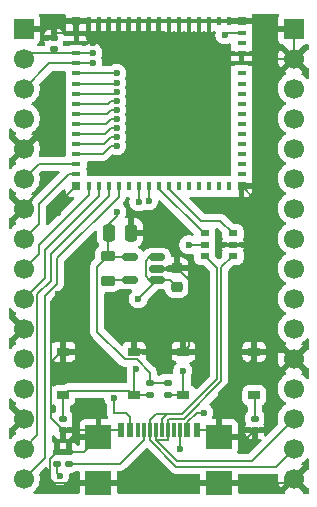
<source format=gbr>
%TF.GenerationSoftware,KiCad,Pcbnew,9.0.0*%
%TF.CreationDate,2025-05-27T11:33:04+06:00*%
%TF.ProjectId,devboard,64657662-6f61-4726-942e-6b696361645f,rev?*%
%TF.SameCoordinates,Original*%
%TF.FileFunction,Copper,L1,Top*%
%TF.FilePolarity,Positive*%
%FSLAX46Y46*%
G04 Gerber Fmt 4.6, Leading zero omitted, Abs format (unit mm)*
G04 Created by KiCad (PCBNEW 9.0.0) date 2025-05-27 11:33:04*
%MOMM*%
%LPD*%
G01*
G04 APERTURE LIST*
G04 Aperture macros list*
%AMRoundRect*
0 Rectangle with rounded corners*
0 $1 Rounding radius*
0 $2 $3 $4 $5 $6 $7 $8 $9 X,Y pos of 4 corners*
0 Add a 4 corners polygon primitive as box body*
4,1,4,$2,$3,$4,$5,$6,$7,$8,$9,$2,$3,0*
0 Add four circle primitives for the rounded corners*
1,1,$1+$1,$2,$3*
1,1,$1+$1,$4,$5*
1,1,$1+$1,$6,$7*
1,1,$1+$1,$8,$9*
0 Add four rect primitives between the rounded corners*
20,1,$1+$1,$2,$3,$4,$5,0*
20,1,$1+$1,$4,$5,$6,$7,0*
20,1,$1+$1,$6,$7,$8,$9,0*
20,1,$1+$1,$8,$9,$2,$3,0*%
%AMOutline5P*
0 Free polygon, 5 corners , with rotation*
0 The origin of the aperture is its center*
0 number of corners: always 5*
0 $1 to $10 corner X, Y*
0 $11 Rotation angle, in degrees counterclockwise*
0 create outline with 5 corners*
4,1,5,$1,$2,$3,$4,$5,$6,$7,$8,$9,$10,$1,$2,$11*%
%AMOutline6P*
0 Free polygon, 6 corners , with rotation*
0 The origin of the aperture is its center*
0 number of corners: always 6*
0 $1 to $12 corner X, Y*
0 $13 Rotation angle, in degrees counterclockwise*
0 create outline with 6 corners*
4,1,6,$1,$2,$3,$4,$5,$6,$7,$8,$9,$10,$11,$12,$1,$2,$13*%
%AMOutline7P*
0 Free polygon, 7 corners , with rotation*
0 The origin of the aperture is its center*
0 number of corners: always 7*
0 $1 to $14 corner X, Y*
0 $15 Rotation angle, in degrees counterclockwise*
0 create outline with 7 corners*
4,1,7,$1,$2,$3,$4,$5,$6,$7,$8,$9,$10,$11,$12,$13,$14,$1,$2,$15*%
%AMOutline8P*
0 Free polygon, 8 corners , with rotation*
0 The origin of the aperture is its center*
0 number of corners: always 8*
0 $1 to $16 corner X, Y*
0 $17 Rotation angle, in degrees counterclockwise*
0 create outline with 8 corners*
4,1,8,$1,$2,$3,$4,$5,$6,$7,$8,$9,$10,$11,$12,$13,$14,$15,$16,$1,$2,$17*%
G04 Aperture macros list end*
%TA.AperFunction,SMDPad,CuDef*%
%ADD10RoundRect,0.218750X0.381250X-0.218750X0.381250X0.218750X-0.381250X0.218750X-0.381250X-0.218750X0*%
%TD*%
%TA.AperFunction,SMDPad,CuDef*%
%ADD11RoundRect,0.135000X-0.185000X0.135000X-0.185000X-0.135000X0.185000X-0.135000X0.185000X0.135000X0*%
%TD*%
%TA.AperFunction,ComponentPad*%
%ADD12R,1.700000X1.700000*%
%TD*%
%TA.AperFunction,ComponentPad*%
%ADD13C,1.700000*%
%TD*%
%TA.AperFunction,SMDPad,CuDef*%
%ADD14R,1.000000X0.700000*%
%TD*%
%TA.AperFunction,SMDPad,CuDef*%
%ADD15RoundRect,0.140000X-0.170000X0.140000X-0.170000X-0.140000X0.170000X-0.140000X0.170000X0.140000X0*%
%TD*%
%TA.AperFunction,SMDPad,CuDef*%
%ADD16RoundRect,0.250000X-0.250000X-0.475000X0.250000X-0.475000X0.250000X0.475000X-0.250000X0.475000X0*%
%TD*%
%TA.AperFunction,SMDPad,CuDef*%
%ADD17R,0.800000X0.550000*%
%TD*%
%TA.AperFunction,SMDPad,CuDef*%
%ADD18RoundRect,0.135000X0.185000X-0.135000X0.185000X0.135000X-0.185000X0.135000X-0.185000X-0.135000X0*%
%TD*%
%TA.AperFunction,SMDPad,CuDef*%
%ADD19R,0.600000X1.150000*%
%TD*%
%TA.AperFunction,SMDPad,CuDef*%
%ADD20R,0.300000X1.150000*%
%TD*%
%TA.AperFunction,SMDPad,CuDef*%
%ADD21R,2.180000X2.000000*%
%TD*%
%TA.AperFunction,SMDPad,CuDef*%
%ADD22RoundRect,0.140000X0.170000X-0.140000X0.170000X0.140000X-0.170000X0.140000X-0.170000X-0.140000X0*%
%TD*%
%TA.AperFunction,SMDPad,CuDef*%
%ADD23R,0.800000X0.400000*%
%TD*%
%TA.AperFunction,SMDPad,CuDef*%
%ADD24R,0.400000X0.800000*%
%TD*%
%TA.AperFunction,HeatsinkPad*%
%ADD25Outline5P,-0.600000X0.204000X-0.204000X0.600000X0.600000X0.600000X0.600000X-0.600000X-0.600000X-0.600000X0.000000*%
%TD*%
%TA.AperFunction,HeatsinkPad*%
%ADD26R,1.200000X1.200000*%
%TD*%
%TA.AperFunction,SMDPad,CuDef*%
%ADD27R,0.800000X0.800000*%
%TD*%
%TA.AperFunction,SMDPad,CuDef*%
%ADD28RoundRect,0.225000X0.250000X-0.225000X0.250000X0.225000X-0.250000X0.225000X-0.250000X-0.225000X0*%
%TD*%
%TA.AperFunction,SMDPad,CuDef*%
%ADD29RoundRect,0.150000X0.512500X0.150000X-0.512500X0.150000X-0.512500X-0.150000X0.512500X-0.150000X0*%
%TD*%
%TA.AperFunction,ViaPad*%
%ADD30C,0.600000*%
%TD*%
%TA.AperFunction,Conductor*%
%ADD31C,0.200000*%
%TD*%
G04 APERTURE END LIST*
D10*
%TO.P,L1,1,1*%
%TO.N,Net-(U3-SW)*%
X146812000Y-87422500D03*
%TO.P,L1,2,2*%
%TO.N,VCC_3.3V*%
X146812000Y-85297500D03*
%TD*%
D11*
%TO.P,R4,1*%
%TO.N,VCC_3.3V*%
X150368000Y-96012000D03*
%TO.P,R4,2*%
%TO.N,BTN_BOOT*%
X150368000Y-97032000D03*
%TD*%
D12*
%TO.P,J3,1,Pin_1*%
%TO.N,GND*%
X139700000Y-66040000D03*
D13*
%TO.P,J3,2,Pin_2*%
%TO.N,VCC_3.3V*%
X139700000Y-68580000D03*
%TO.P,J3,3,Pin_3*%
%TO.N,BTN_BOOT*%
X139700000Y-71120000D03*
%TO.P,J3,4,Pin_4*%
%TO.N,BTN_RST*%
X139700000Y-73660000D03*
%TO.P,J3,5,Pin_5*%
%TO.N,GND*%
X139700000Y-76200000D03*
%TO.P,J3,6,Pin_6*%
%TO.N,CS*%
X139700000Y-78740000D03*
%TO.P,J3,7,Pin_7*%
%TO.N,GND*%
X139700000Y-81280000D03*
%TO.P,J3,8,Pin_8*%
%TO.N,MOSI*%
X139700000Y-83820000D03*
%TO.P,J3,9,Pin_9*%
%TO.N,MISO*%
X139700000Y-86360000D03*
%TO.P,J3,10,Pin_10*%
%TO.N,SCK*%
X139700000Y-88900000D03*
%TO.P,J3,11,Pin_11*%
%TO.N,GND*%
X139700000Y-91440000D03*
%TO.P,J3,12,Pin_12*%
%TO.N,TXD1*%
X139700000Y-93980000D03*
%TO.P,J3,13,Pin_13*%
%TO.N,RXD1*%
X139700000Y-96520000D03*
%TO.P,J3,14,Pin_14*%
%TO.N,GND*%
X139700000Y-99060000D03*
%TO.P,J3,15,Pin_15*%
%TO.N,14*%
X139700000Y-101600000D03*
%TO.P,J3,16,Pin_16*%
%TO.N,15*%
X139700000Y-104140000D03*
%TD*%
D14*
%TO.P,SW1,1*%
%TO.N,GND*%
X153210000Y-93400000D03*
%TO.P,SW1,2*%
X159210000Y-93400000D03*
%TO.P,SW1,3*%
%TO.N,BTN_RST*%
X153210000Y-97100000D03*
%TO.P,SW1,4*%
X159210000Y-97100000D03*
%TD*%
D15*
%TO.P,C3,1*%
%TO.N,BTN_RST*%
X159258000Y-99060000D03*
%TO.P,C3,2*%
%TO.N,GND*%
X159258000Y-100020000D03*
%TD*%
D16*
%TO.P,C2,1*%
%TO.N,VCC_3.3V*%
X146878000Y-83312000D03*
%TO.P,C2,2*%
%TO.N,GND*%
X148778000Y-83312000D03*
%TD*%
D17*
%TO.P,U2,1*%
%TO.N,EXT_D+*%
X157400000Y-85278000D03*
%TO.P,U2,2*%
%TO.N,GND*%
X157400000Y-84328000D03*
%TO.P,U2,3*%
%TO.N,D+*%
X157400000Y-83378000D03*
%TO.P,U2,4*%
%TO.N,D-*%
X155000000Y-83378000D03*
%TO.P,U2,5*%
%TO.N,VCC_5V*%
X155000000Y-84328000D03*
%TO.P,U2,6*%
%TO.N,EXT_D-*%
X155000000Y-85278000D03*
%TD*%
D15*
%TO.P,C4,1*%
%TO.N,BTN_BOOT*%
X143002000Y-99060000D03*
%TO.P,C4,2*%
%TO.N,GND*%
X143002000Y-100020000D03*
%TD*%
D18*
%TO.P,R2,1*%
%TO.N,Net-(J1-CC2)*%
X142494000Y-102872000D03*
%TO.P,R2,2*%
%TO.N,GND*%
X142494000Y-101852000D03*
%TD*%
D11*
%TO.P,R3,1*%
%TO.N,VCC_3.3V*%
X151892000Y-96012000D03*
%TO.P,R3,2*%
%TO.N,BTN_RST*%
X151892000Y-97032000D03*
%TD*%
D18*
%TO.P,R1,1*%
%TO.N,Net-(J1-CC1)*%
X143510000Y-102872000D03*
%TO.P,R1,2*%
%TO.N,GND*%
X143510000Y-101852000D03*
%TD*%
D12*
%TO.P,J4,1,Pin_1*%
%TO.N,GND*%
X162560000Y-66040000D03*
D13*
%TO.P,J4,2,Pin_2*%
X162560000Y-68580000D03*
%TO.P,J4,3,Pin_3*%
%TO.N,1*%
X162560000Y-71120000D03*
%TO.P,J4,4,Pin_4*%
%TO.N,2*%
X162560000Y-73660000D03*
%TO.P,J4,5,Pin_5*%
%TO.N,3*%
X162560000Y-76200000D03*
%TO.P,J4,6,Pin_6*%
%TO.N,4*%
X162560000Y-78740000D03*
%TO.P,J4,7,Pin_7*%
%TO.N,5*%
X162560000Y-81280000D03*
%TO.P,J4,8,Pin_8*%
%TO.N,6*%
X162560000Y-83820000D03*
%TO.P,J4,9,Pin_9*%
%TO.N,7*%
X162560000Y-86360000D03*
%TO.P,J4,10,Pin_10*%
%TO.N,8*%
X162560000Y-88900000D03*
%TO.P,J4,11,Pin_11*%
%TO.N,9*%
X162560000Y-91440000D03*
%TO.P,J4,12,Pin_12*%
%TO.N,GND*%
X162560000Y-93980000D03*
%TO.P,J4,13,Pin_13*%
%TO.N,VCC_5V*%
X162560000Y-96520000D03*
%TO.P,J4,14,Pin_14*%
%TO.N,EXT_D+*%
X162560000Y-99060000D03*
%TO.P,J4,15,Pin_15*%
%TO.N,EXT_D-*%
X162560000Y-101600000D03*
%TO.P,J4,16,Pin_16*%
%TO.N,GND*%
X162560000Y-104140000D03*
%TD*%
D19*
%TO.P,J1,A1/B12,GND*%
%TO.N,GND*%
X147930000Y-100017000D03*
%TO.P,J1,A4/B9,VBUS*%
%TO.N,VCC_5V*%
X148730000Y-100017000D03*
D20*
%TO.P,J1,A5,CC1*%
%TO.N,Net-(J1-CC1)*%
X149880000Y-100017000D03*
%TO.P,J1,A6,DP1*%
%TO.N,EXT_D+*%
X150880000Y-100017000D03*
%TO.P,J1,A7,DN1*%
%TO.N,EXT_D-*%
X151380000Y-100017000D03*
%TO.P,J1,A8,SBU1*%
%TO.N,unconnected-(J1-SBU1-PadA8)*%
X152380000Y-100017000D03*
D19*
%TO.P,J1,B1/A12,GND*%
%TO.N,GND*%
X154330000Y-100017000D03*
%TO.P,J1,B4/A9,VBUS*%
%TO.N,VCC_5V*%
X153530000Y-100017000D03*
D20*
%TO.P,J1,B5,CC2*%
%TO.N,Net-(J1-CC2)*%
X152880000Y-100017000D03*
%TO.P,J1,B6,DP2*%
%TO.N,EXT_D+*%
X151880000Y-100017000D03*
%TO.P,J1,B7,DN2*%
%TO.N,EXT_D-*%
X150380000Y-100017000D03*
%TO.P,J1,B8,SBU2*%
%TO.N,unconnected-(J1-SBU2-PadB8)*%
X149380000Y-100017000D03*
D21*
%TO.P,J1,S1,GND*%
%TO.N,GND*%
X146020000Y-100592000D03*
%TO.P,J1,S2,GND*%
X156240000Y-100592000D03*
%TO.P,J1,S3,GND*%
X146020000Y-104522000D03*
%TO.P,J1,S4,GND*%
X156240000Y-104522000D03*
%TD*%
D22*
%TO.P,C5,1*%
%TO.N,VCC_3.3V*%
X142240000Y-67762000D03*
%TO.P,C5,2*%
%TO.N,GND*%
X142240000Y-66802000D03*
%TD*%
D14*
%TO.P,SW2,1*%
%TO.N,GND*%
X143050000Y-93400000D03*
%TO.P,SW2,2*%
X149050000Y-93400000D03*
%TO.P,SW2,3*%
%TO.N,BTN_BOOT*%
X143050000Y-97100000D03*
%TO.P,SW2,4*%
X149050000Y-97100000D03*
%TD*%
D23*
%TO.P,U1,1,GND*%
%TO.N,GND*%
X144130000Y-66440000D03*
%TO.P,U1,2,GND*%
X144130000Y-67290000D03*
%TO.P,U1,3,3V3*%
%TO.N,VCC_3.3V*%
X144130000Y-68140000D03*
%TO.P,U1,4,IO0*%
%TO.N,BTN_BOOT*%
X144130000Y-68990000D03*
%TO.P,U1,5,IO1*%
%TO.N,1*%
X144130000Y-69840000D03*
%TO.P,U1,6,IO2*%
%TO.N,2*%
X144130000Y-70690000D03*
%TO.P,U1,7,IO3*%
%TO.N,3*%
X144130000Y-71540000D03*
%TO.P,U1,8,IO4*%
%TO.N,4*%
X144130000Y-72390000D03*
%TO.P,U1,9,IO5*%
%TO.N,5*%
X144130000Y-73240000D03*
%TO.P,U1,10,IO6*%
%TO.N,6*%
X144130000Y-74090000D03*
%TO.P,U1,11,IO7*%
%TO.N,7*%
X144130000Y-74940000D03*
%TO.P,U1,12,IO8*%
%TO.N,8*%
X144130000Y-75790000D03*
%TO.P,U1,13,IO9*%
%TO.N,9*%
X144130000Y-76640000D03*
%TO.P,U1,14,IO10*%
%TO.N,CS*%
X144130000Y-77490000D03*
%TO.P,U1,15,IO11*%
%TO.N,MOSI*%
X144130000Y-78340000D03*
D24*
%TO.P,U1,16,IO12*%
%TO.N,MISO*%
X145180000Y-79390000D03*
%TO.P,U1,17,IO13*%
%TO.N,SCK*%
X146030000Y-79390000D03*
%TO.P,U1,18,IO14*%
%TO.N,14*%
X146880000Y-79390000D03*
%TO.P,U1,19,IO15*%
%TO.N,15*%
X147730000Y-79390000D03*
%TO.P,U1,20,IO16*%
%TO.N,unconnected-(U1-IO16-Pad20)*%
X148580000Y-79390000D03*
%TO.P,U1,21,IO17*%
%TO.N,TXD1*%
X149430000Y-79390000D03*
%TO.P,U1,22,IO18*%
%TO.N,RXD1*%
X150280000Y-79390000D03*
%TO.P,U1,23,USB_D-*%
%TO.N,D-*%
X151130000Y-79390000D03*
%TO.P,U1,24,USB_D+*%
%TO.N,D+*%
X151980000Y-79390000D03*
%TO.P,U1,25,IO21*%
%TO.N,unconnected-(U1-IO21-Pad25)*%
X152830000Y-79390000D03*
%TO.P,U1,26,IO26*%
%TO.N,unconnected-(U1-IO26-Pad26)*%
X153680000Y-79390000D03*
%TO.P,U1,27,IO47*%
%TO.N,unconnected-(U1-IO47-Pad27)*%
X154530000Y-79390000D03*
%TO.P,U1,28,IO33*%
%TO.N,unconnected-(U1-IO33-Pad28)*%
X155380000Y-79390000D03*
%TO.P,U1,29,IO34*%
%TO.N,unconnected-(U1-IO34-Pad29)*%
X156230000Y-79390000D03*
%TO.P,U1,30,IO48*%
%TO.N,unconnected-(U1-IO48-Pad30)*%
X157080000Y-79390000D03*
D23*
%TO.P,U1,31,IO35*%
%TO.N,unconnected-(U1-IO35-Pad31)*%
X158130000Y-78340000D03*
%TO.P,U1,32,IO36*%
%TO.N,unconnected-(U1-IO36-Pad32)*%
X158130000Y-77490000D03*
%TO.P,U1,33,IO37*%
%TO.N,unconnected-(U1-IO37-Pad33)*%
X158130000Y-76640000D03*
%TO.P,U1,34,IO38*%
%TO.N,unconnected-(U1-IO38-Pad34)*%
X158130000Y-75790000D03*
%TO.P,U1,35,IO39*%
%TO.N,unconnected-(U1-IO39-Pad35)*%
X158130000Y-74940000D03*
%TO.P,U1,36,IO40*%
%TO.N,unconnected-(U1-IO40-Pad36)*%
X158130000Y-74090000D03*
%TO.P,U1,37,IO41*%
%TO.N,unconnected-(U1-IO41-Pad37)*%
X158130000Y-73240000D03*
%TO.P,U1,38,IO42*%
%TO.N,unconnected-(U1-IO42-Pad38)*%
X158130000Y-72390000D03*
%TO.P,U1,39,TXD0*%
%TO.N,unconnected-(U1-TXD0-Pad39)*%
X158130000Y-71540000D03*
%TO.P,U1,40,RXD0*%
%TO.N,unconnected-(U1-RXD0-Pad40)*%
X158130000Y-70690000D03*
%TO.P,U1,41,IO45*%
%TO.N,unconnected-(U1-IO45-Pad41)*%
X158130000Y-69840000D03*
%TO.P,U1,42,GND*%
%TO.N,GND*%
X158130000Y-68990000D03*
%TO.P,U1,43,GND*%
X158130000Y-68140000D03*
%TO.P,U1,44,IO46*%
%TO.N,unconnected-(U1-IO46-Pad44)*%
X158130000Y-67290000D03*
%TO.P,U1,45,EN*%
%TO.N,BTN_RST*%
X158130000Y-66440000D03*
D24*
%TO.P,U1,46,GND*%
%TO.N,GND*%
X157080000Y-65390000D03*
%TO.P,U1,47,GND*%
X156230000Y-65390000D03*
%TO.P,U1,48,GND*%
X155380000Y-65390000D03*
%TO.P,U1,49,GND*%
X154530000Y-65390000D03*
%TO.P,U1,50,GND*%
X153680000Y-65390000D03*
%TO.P,U1,51,GND*%
X152830000Y-65390000D03*
%TO.P,U1,52,GND*%
X151980000Y-65390000D03*
%TO.P,U1,53,GND*%
X151130000Y-65390000D03*
%TO.P,U1,54,GND*%
X150280000Y-65390000D03*
%TO.P,U1,55,GND*%
X149430000Y-65390000D03*
%TO.P,U1,56,GND*%
X148580000Y-65390000D03*
%TO.P,U1,57,GND*%
X147730000Y-65390000D03*
%TO.P,U1,58,GND*%
X146880000Y-65390000D03*
%TO.P,U1,59,GND*%
X146030000Y-65390000D03*
%TO.P,U1,60,GND*%
X145180000Y-65390000D03*
D25*
%TO.P,U1,61,GND*%
X149480000Y-70740000D03*
D26*
X149480000Y-72390000D03*
X149480000Y-74040000D03*
X151130000Y-70740000D03*
X151130000Y-72390000D03*
X151130000Y-74040000D03*
X152780000Y-70740000D03*
X152780000Y-72390000D03*
X152780000Y-74040000D03*
D27*
%TO.P,U1,62,GND*%
X144130000Y-65390000D03*
%TO.P,U1,63,GND*%
X144130000Y-79390000D03*
%TO.P,U1,64,GND*%
X158130000Y-79390000D03*
%TO.P,U1,65,GND*%
X158130000Y-65390000D03*
%TD*%
D28*
%TO.P,C1,1*%
%TO.N,VCC_5V*%
X152654000Y-87897000D03*
%TO.P,C1,2*%
%TO.N,GND*%
X152654000Y-86347000D03*
%TD*%
D29*
%TO.P,U3,1,Vin*%
%TO.N,VCC_5V*%
X150997500Y-87310000D03*
%TO.P,U3,2,GND*%
%TO.N,GND*%
X150997500Y-86360000D03*
%TO.P,U3,3,EN*%
%TO.N,VCC_5V*%
X150997500Y-85410000D03*
%TO.P,U3,4,FB*%
%TO.N,VCC_3.3V*%
X148722500Y-85410000D03*
%TO.P,U3,5,SW*%
%TO.N,Net-(U3-SW)*%
X148722500Y-87310000D03*
%TD*%
D30*
%TO.N,GND*%
X153500000Y-104522000D03*
X150000000Y-102500000D03*
X148000000Y-95500000D03*
X145500000Y-98000000D03*
X157500000Y-92000000D03*
X155000000Y-90500000D03*
X145000000Y-85000000D03*
X155000000Y-81000000D03*
X151500000Y-82500000D03*
X156000000Y-78000000D03*
X150500000Y-78000000D03*
X145500000Y-78000000D03*
%TO.N,1*%
X147563638Y-69812064D03*
%TO.N,2*%
X147574000Y-70612000D03*
%TO.N,8*%
X147574000Y-75184000D03*
%TO.N,4*%
X147574000Y-72136000D03*
%TO.N,5*%
X147574000Y-72898000D03*
%TO.N,7*%
X147574000Y-74422000D03*
%TO.N,6*%
X147574000Y-73660000D03*
%TO.N,GND*%
X157480000Y-93472000D03*
X155000000Y-94150265D03*
X142748000Y-94996000D03*
X142621000Y-88519000D03*
X145542000Y-67271997D03*
X142621000Y-81661000D03*
X148830000Y-81788000D03*
%TO.N,Net-(J1-CC2)*%
X152908000Y-101600000D03*
X142748000Y-103886000D03*
%TO.N,VCC_5V*%
X147320000Y-97282000D03*
X154940000Y-98552000D03*
X153670000Y-84328000D03*
X149379750Y-88927750D03*
%TO.N,VCC_3.3V*%
X145542000Y-68072000D03*
X147574000Y-81534000D03*
%TO.N,BTN_RST*%
X156718000Y-66548000D03*
X153162000Y-94996000D03*
%TO.N,BTN_BOOT*%
X149225000Y-94869000D03*
X145542000Y-68914558D03*
%TO.N,9*%
X147574000Y-75946000D03*
%TO.N,3*%
X147574000Y-71374000D03*
%TO.N,RXD1*%
X150280000Y-80606000D03*
%TO.N,TXD1*%
X149430000Y-80694000D03*
%TD*%
D31*
%TO.N,GND*%
X153500000Y-104522000D02*
X156240000Y-104522000D01*
X154106000Y-93400000D02*
X153210000Y-93400000D01*
X155000000Y-94150265D02*
X154856265Y-94150265D01*
X154856265Y-94150265D02*
X154106000Y-93400000D01*
%TO.N,D-*%
X151130000Y-79390000D02*
X151130000Y-79590000D01*
X151130000Y-79590000D02*
X154918000Y-83378000D01*
X154918000Y-83378000D02*
X155000000Y-83378000D01*
%TO.N,D+*%
X154686000Y-82296000D02*
X156318000Y-82296000D01*
X156318000Y-82296000D02*
X157400000Y-83378000D01*
%TO.N,VCC_5V*%
X153670000Y-84328000D02*
X155000000Y-84328000D01*
%TO.N,GND*%
X159026000Y-84328000D02*
X157400000Y-84328000D01*
%TO.N,EXT_D+*%
X156427000Y-95902100D02*
X156427000Y-86251000D01*
X156427000Y-86251000D02*
X157400000Y-85278000D01*
X151880000Y-100017000D02*
X151880000Y-99190000D01*
X151880000Y-99190000D02*
X152010000Y-99060000D01*
X152010000Y-99060000D02*
X153269100Y-99060000D01*
X153269100Y-99060000D02*
X156427000Y-95902100D01*
X157400000Y-85278000D02*
X157275000Y-85278000D01*
%TO.N,EXT_D-*%
X156026000Y-95736000D02*
X156026000Y-86304000D01*
X156026000Y-86304000D02*
X155000000Y-85278000D01*
X156026000Y-95736000D02*
X153103000Y-98659000D01*
X153103000Y-98659000D02*
X151892000Y-98659000D01*
%TO.N,14*%
X140851000Y-100449000D02*
X139700000Y-101600000D01*
X146880000Y-80196000D02*
X141986000Y-85090000D01*
X146880000Y-79390000D02*
X146880000Y-80196000D01*
X141986000Y-85090000D02*
X141986000Y-87376000D01*
X140851000Y-88511000D02*
X140851000Y-100449000D01*
X141986000Y-87376000D02*
X140851000Y-88511000D01*
%TO.N,15*%
X141478000Y-102362000D02*
X139700000Y-104140000D01*
X147730000Y-80264000D02*
X142494000Y-85500000D01*
X147730000Y-79390000D02*
X147730000Y-80264000D01*
X141478000Y-88646000D02*
X141478000Y-102362000D01*
X142494000Y-87630000D02*
X141478000Y-88646000D01*
X142494000Y-85500000D02*
X142494000Y-87630000D01*
%TO.N,1*%
X147563638Y-69812064D02*
X147535702Y-69840000D01*
X147535702Y-69840000D02*
X144130000Y-69840000D01*
%TO.N,2*%
X144130000Y-70690000D02*
X147496000Y-70690000D01*
X147496000Y-70690000D02*
X147574000Y-70612000D01*
%TO.N,8*%
X147066000Y-75184000D02*
X147574000Y-75184000D01*
X146460000Y-75790000D02*
X147066000Y-75184000D01*
X144130000Y-75790000D02*
X146460000Y-75790000D01*
%TO.N,4*%
X144130000Y-72390000D02*
X146812000Y-72390000D01*
X146812000Y-72390000D02*
X147066000Y-72136000D01*
X147066000Y-72136000D02*
X147574000Y-72136000D01*
%TO.N,5*%
X147066000Y-72898000D02*
X147574000Y-72898000D01*
X144130000Y-73240000D02*
X146724000Y-73240000D01*
X146724000Y-73240000D02*
X147066000Y-72898000D01*
%TO.N,7*%
X144130000Y-74940000D02*
X146548000Y-74940000D01*
X146548000Y-74940000D02*
X147066000Y-74422000D01*
X147066000Y-74422000D02*
X147574000Y-74422000D01*
%TO.N,6*%
X146636000Y-74090000D02*
X147066000Y-73660000D01*
X147066000Y-73660000D02*
X147574000Y-73660000D01*
X144130000Y-74090000D02*
X146636000Y-74090000D01*
%TO.N,GND*%
X158130000Y-79390000D02*
X159258000Y-80518000D01*
X145448000Y-100020000D02*
X146020000Y-100592000D01*
X146595000Y-100017000D02*
X146020000Y-100592000D01*
X160540000Y-66040000D02*
X162560000Y-66040000D01*
X145542000Y-67271997D02*
X144710003Y-66440000D01*
X155665000Y-100017000D02*
X156240000Y-100592000D01*
X148830000Y-81788000D02*
X148830000Y-82686000D01*
X143002000Y-100020000D02*
X145448000Y-100020000D01*
X144130000Y-67290000D02*
X144130000Y-66440000D01*
X142621000Y-80899000D02*
X144130000Y-79390000D01*
X151130000Y-74040000D02*
X152780000Y-74040000D01*
X162560000Y-68580000D02*
X160580000Y-68580000D01*
X159210000Y-93400000D02*
X159210000Y-93950000D01*
X159258000Y-80518000D02*
X159258000Y-84096000D01*
X159210000Y-93950000D02*
X156240000Y-96920000D01*
X159210000Y-93400000D02*
X157552000Y-93400000D01*
X142494000Y-101852000D02*
X141873000Y-102473000D01*
X149480000Y-70740000D02*
X149480000Y-72390000D01*
X159210000Y-93400000D02*
X161980000Y-93400000D01*
X149480000Y-70740000D02*
X151130000Y-70740000D01*
X146020000Y-104522000D02*
X153500000Y-104522000D01*
X139700000Y-66040000D02*
X142040000Y-66040000D01*
X148778000Y-82738000D02*
X148778000Y-83312000D01*
X144130000Y-65390000D02*
X158130000Y-65390000D01*
X144130000Y-66440000D02*
X144130000Y-65390000D01*
X141873000Y-104140000D02*
X142255000Y-104522000D01*
X144130000Y-66440000D02*
X142440000Y-66440000D01*
X152654000Y-84836000D02*
X152654000Y-86347000D01*
X142240000Y-66802000D02*
X142240000Y-66640000D01*
X151130000Y-72390000D02*
X151130000Y-70740000D01*
X159026000Y-84328000D02*
X159210000Y-84512000D01*
X157552000Y-93400000D02*
X157480000Y-93472000D01*
X142494000Y-101852000D02*
X143510000Y-101852000D01*
X153670000Y-92940000D02*
X153210000Y-93400000D01*
X141986000Y-99004000D02*
X143002000Y-100020000D01*
X141986000Y-95758000D02*
X141986000Y-99004000D01*
X143510000Y-101852000D02*
X144760000Y-101852000D01*
X152654000Y-86347000D02*
X153670000Y-87363000D01*
X151130000Y-70740000D02*
X151130000Y-65390000D01*
X141986000Y-95758000D02*
X142748000Y-94996000D01*
X154330000Y-100017000D02*
X155665000Y-100017000D01*
X149480000Y-72390000D02*
X151130000Y-72390000D01*
X148830000Y-82686000D02*
X148778000Y-82738000D01*
X153670000Y-87363000D02*
X153670000Y-92940000D01*
X160140000Y-68140000D02*
X158130000Y-68140000D01*
X152780000Y-70740000D02*
X151130000Y-70740000D01*
X162178000Y-104522000D02*
X162560000Y-104140000D01*
X151130000Y-83312000D02*
X152654000Y-84836000D01*
X156240000Y-104522000D02*
X162178000Y-104522000D01*
X158130000Y-68990000D02*
X158130000Y-68140000D01*
X156240000Y-96920000D02*
X156240000Y-100592000D01*
X162560000Y-66040000D02*
X162560000Y-68580000D01*
X156240000Y-100592000D02*
X158686000Y-100592000D01*
X152641000Y-86360000D02*
X152654000Y-86347000D01*
X142621000Y-81661000D02*
X142621000Y-80899000D01*
X156240000Y-104522000D02*
X159312340Y-104522000D01*
X158686000Y-100592000D02*
X159258000Y-100020000D01*
X151130000Y-74040000D02*
X151130000Y-72390000D01*
X144710003Y-66440000D02*
X144130000Y-66440000D01*
X141873000Y-102473000D02*
X141873000Y-104140000D01*
X160580000Y-68580000D02*
X160140000Y-68140000D01*
X158130000Y-65390000D02*
X159890000Y-65390000D01*
X149480000Y-74040000D02*
X151130000Y-74040000D01*
X142255000Y-104522000D02*
X146020000Y-104522000D01*
X142440000Y-66440000D02*
X142040000Y-66040000D01*
X151130000Y-72390000D02*
X152780000Y-72390000D01*
X143050000Y-93400000D02*
X142820000Y-93400000D01*
X142621000Y-88519000D02*
X141986000Y-89154000D01*
X141986000Y-94234000D02*
X141986000Y-95758000D01*
X159210000Y-84512000D02*
X159210000Y-93400000D01*
X159258000Y-84096000D02*
X159026000Y-84328000D01*
X142820000Y-93400000D02*
X141986000Y-94234000D01*
X152780000Y-74040000D02*
X152780000Y-72390000D01*
X149050000Y-93400000D02*
X153210000Y-93400000D01*
X161980000Y-93400000D02*
X162560000Y-93980000D01*
X159890000Y-65390000D02*
X160540000Y-66040000D01*
X149480000Y-72390000D02*
X149480000Y-74040000D01*
X147930000Y-100017000D02*
X146595000Y-100017000D01*
X142240000Y-66640000D02*
X142440000Y-66440000D01*
X141986000Y-89154000D02*
X141986000Y-94234000D01*
X148778000Y-83312000D02*
X151130000Y-83312000D01*
X150997500Y-86360000D02*
X152641000Y-86360000D01*
X144760000Y-101852000D02*
X146020000Y-100592000D01*
%TO.N,Net-(J1-CC2)*%
X152880000Y-100017000D02*
X152880000Y-101572000D01*
X142494000Y-103632000D02*
X142748000Y-103886000D01*
X152880000Y-101572000D02*
X152908000Y-101600000D01*
X142494000Y-102872000D02*
X142494000Y-103632000D01*
%TO.N,Net-(J1-CC1)*%
X143510000Y-102872000D02*
X147852000Y-102872000D01*
X147852000Y-102872000D02*
X149880000Y-100844000D01*
X149880000Y-100844000D02*
X149880000Y-100017000D01*
%TO.N,VCC_5V*%
X150997500Y-87310000D02*
X150335001Y-87310000D01*
X152067000Y-87310000D02*
X152654000Y-87897000D01*
X150335001Y-85410000D02*
X150997500Y-85410000D01*
X147320000Y-97282000D02*
X147320000Y-98552000D01*
X150034000Y-85711001D02*
X150335001Y-85410000D01*
X153530000Y-99366200D02*
X154344200Y-98552000D01*
X148336000Y-98552000D02*
X148730000Y-98946000D01*
X148730000Y-98946000D02*
X148730000Y-100017000D01*
X150997500Y-87310000D02*
X152067000Y-87310000D01*
X153530000Y-100017000D02*
X153530000Y-99366200D01*
X147320000Y-98552000D02*
X148336000Y-98552000D01*
X150335001Y-87310000D02*
X150034000Y-87008999D01*
X150034000Y-87008999D02*
X150034000Y-85711001D01*
X154344200Y-98552000D02*
X154940000Y-98552000D01*
X150997500Y-87310000D02*
X149379750Y-88927750D01*
%TO.N,VCC_3.3V*%
X146812000Y-85297500D02*
X146812000Y-83378000D01*
X145542000Y-68072000D02*
X145474000Y-68140000D01*
X139700000Y-68580000D02*
X140140000Y-68140000D01*
X146812000Y-83378000D02*
X146878000Y-83312000D01*
X147574000Y-81920000D02*
X146878000Y-82616000D01*
X146924500Y-85410000D02*
X146812000Y-85297500D01*
X149256943Y-94051000D02*
X150368000Y-95162057D01*
X146812000Y-85297500D02*
X145911000Y-86198500D01*
X142240000Y-67762000D02*
X142240000Y-68140000D01*
X150368000Y-95162057D02*
X150368000Y-96012000D01*
X148249000Y-94051000D02*
X149256943Y-94051000D01*
X146878000Y-82616000D02*
X146878000Y-83312000D01*
X145911000Y-86198500D02*
X145911000Y-91713000D01*
X145911000Y-91713000D02*
X148249000Y-94051000D01*
X150368000Y-96012000D02*
X151892000Y-96012000D01*
X140140000Y-68140000D02*
X142240000Y-68140000D01*
X145474000Y-68140000D02*
X144130000Y-68140000D01*
X148722500Y-85410000D02*
X146924500Y-85410000D01*
X142240000Y-68140000D02*
X144130000Y-68140000D01*
X147574000Y-81534000D02*
X147574000Y-81920000D01*
%TO.N,D+*%
X151980000Y-79590000D02*
X154686000Y-82296000D01*
X151980000Y-79390000D02*
X151980000Y-79590000D01*
%TO.N,Net-(U3-SW)*%
X146924500Y-87310000D02*
X146812000Y-87422500D01*
X148722500Y-87310000D02*
X146924500Y-87310000D01*
%TO.N,BTN_RST*%
X153210000Y-95044000D02*
X153162000Y-94996000D01*
X151960000Y-97100000D02*
X151892000Y-97032000D01*
X159258000Y-97148000D02*
X159210000Y-97100000D01*
X153210000Y-97100000D02*
X151960000Y-97100000D01*
X153210000Y-97100000D02*
X153210000Y-95044000D01*
X159258000Y-99060000D02*
X159258000Y-97148000D01*
X158130000Y-66440000D02*
X156826000Y-66440000D01*
X156826000Y-66440000D02*
X156718000Y-66548000D01*
%TO.N,BTN_BOOT*%
X141830000Y-68990000D02*
X144130000Y-68990000D01*
X145034000Y-68990000D02*
X144130000Y-68990000D01*
X149050000Y-95044000D02*
X149050000Y-97100000D01*
X150300000Y-97100000D02*
X150368000Y-97032000D01*
X148631000Y-96681000D02*
X149050000Y-97100000D01*
X143002000Y-99060000D02*
X143002000Y-97148000D01*
X149225000Y-94869000D02*
X149050000Y-95044000D01*
X143050000Y-97100000D02*
X143469000Y-96681000D01*
X143002000Y-97148000D02*
X143050000Y-97100000D01*
X145542000Y-68914558D02*
X145109442Y-68914558D01*
X149050000Y-97100000D02*
X150300000Y-97100000D01*
X139700000Y-71120000D02*
X141830000Y-68990000D01*
X143469000Y-96681000D02*
X148631000Y-96681000D01*
X145109442Y-68914558D02*
X145034000Y-68990000D01*
%TO.N,9*%
X147066000Y-75946000D02*
X147574000Y-75946000D01*
X144130000Y-76640000D02*
X146372000Y-76640000D01*
X146372000Y-76640000D02*
X147066000Y-75946000D01*
%TO.N,3*%
X147408000Y-71540000D02*
X147574000Y-71374000D01*
X144130000Y-71540000D02*
X147408000Y-71540000D01*
%TO.N,EXT_D+*%
X159004000Y-102616000D02*
X162560000Y-99060000D01*
X150929000Y-100893000D02*
X151831000Y-100893000D01*
X150880000Y-100844000D02*
X152652000Y-102616000D01*
X151880000Y-100844000D02*
X151880000Y-100017000D01*
X151831000Y-100893000D02*
X151880000Y-100844000D01*
X150880000Y-100844000D02*
X150929000Y-100893000D01*
X152652000Y-102616000D02*
X159004000Y-102616000D01*
X150880000Y-100017000D02*
X150880000Y-100844000D01*
%TO.N,EXT_D-*%
X150380000Y-100911100D02*
X152592900Y-103124000D01*
X161036000Y-103124000D02*
X162560000Y-101600000D01*
X151892000Y-98659000D02*
X150911000Y-98659000D01*
X151380000Y-99064000D02*
X151785000Y-98659000D01*
X150380000Y-99190000D02*
X150380000Y-100017000D01*
X151380000Y-100017000D02*
X151380000Y-99064000D01*
X152592900Y-103124000D02*
X161036000Y-103124000D01*
X150911000Y-98659000D02*
X150380000Y-99190000D01*
X150380000Y-100017000D02*
X150380000Y-100911100D01*
X151785000Y-98659000D02*
X151892000Y-98659000D01*
%TO.N,CS*%
X140950000Y-77490000D02*
X144130000Y-77490000D01*
X139700000Y-78740000D02*
X140950000Y-77490000D01*
%TO.N,MOSI*%
X140970000Y-82550000D02*
X139700000Y-83820000D01*
X140970000Y-80881536D02*
X140970000Y-82550000D01*
X143511536Y-78340000D02*
X140970000Y-80881536D01*
X144130000Y-78340000D02*
X143511536Y-78340000D01*
%TO.N,MISO*%
X145180000Y-80118000D02*
X140970000Y-84328000D01*
X140970000Y-85090000D02*
X139700000Y-86360000D01*
X140970000Y-84328000D02*
X140970000Y-85090000D01*
X145180000Y-79390000D02*
X145180000Y-80118000D01*
%TO.N,SCK*%
X141478000Y-87122000D02*
X141478000Y-84796000D01*
X139700000Y-88900000D02*
X141478000Y-87122000D01*
X141478000Y-84796000D02*
X146030000Y-80244000D01*
X146030000Y-80244000D02*
X146030000Y-79390000D01*
%TO.N,RXD1*%
X150280000Y-80606000D02*
X150280000Y-79390000D01*
%TO.N,TXD1*%
X149430000Y-80694000D02*
X149430000Y-79390000D01*
%TD*%
%TA.AperFunction,Conductor*%
%TO.N,GND*%
G36*
X150139783Y-101535964D02*
G01*
X150184130Y-101564465D01*
X152108039Y-103488374D01*
X152108049Y-103488385D01*
X152112379Y-103492715D01*
X152112380Y-103492716D01*
X152224184Y-103604520D01*
X152289968Y-103642500D01*
X152361115Y-103683577D01*
X152513842Y-103724500D01*
X152513843Y-103724500D01*
X154526000Y-103724500D01*
X154593039Y-103744185D01*
X154638794Y-103796989D01*
X154650000Y-103848500D01*
X154650000Y-104272000D01*
X157830000Y-104272000D01*
X157830000Y-103848500D01*
X157849685Y-103781461D01*
X157902489Y-103735706D01*
X157954000Y-103724500D01*
X160949332Y-103724500D01*
X160956939Y-103724500D01*
X160956943Y-103724501D01*
X161113797Y-103724501D01*
X161180836Y-103744186D01*
X161226591Y-103796990D01*
X161233997Y-103848501D01*
X161236534Y-103866148D01*
X161236269Y-103867899D01*
X161210000Y-104033753D01*
X161210000Y-104246246D01*
X161243242Y-104456127D01*
X161243242Y-104456130D01*
X161308904Y-104658217D01*
X161405375Y-104847550D01*
X161444728Y-104901716D01*
X162077037Y-104269408D01*
X162094075Y-104332993D01*
X162159901Y-104447007D01*
X162252993Y-104540099D01*
X162367007Y-104605925D01*
X162430590Y-104622962D01*
X161798282Y-105255269D01*
X161800526Y-105283770D01*
X161786162Y-105352147D01*
X161737112Y-105401905D01*
X161676908Y-105417500D01*
X157954000Y-105417500D01*
X157886961Y-105397815D01*
X157841206Y-105345011D01*
X157830000Y-105293500D01*
X157830000Y-104772000D01*
X154650000Y-104772000D01*
X154650000Y-105293500D01*
X154630315Y-105360539D01*
X154577511Y-105406294D01*
X154526000Y-105417500D01*
X147734000Y-105417500D01*
X147666961Y-105397815D01*
X147621206Y-105345011D01*
X147610000Y-105293500D01*
X147610000Y-104772000D01*
X144430000Y-104772000D01*
X144430000Y-105293500D01*
X144410315Y-105360539D01*
X144357511Y-105406294D01*
X144306000Y-105417500D01*
X140620914Y-105417500D01*
X140553875Y-105397815D01*
X140508120Y-105345011D01*
X140498176Y-105275853D01*
X140527201Y-105212297D01*
X140548029Y-105193182D01*
X140579785Y-105170109D01*
X140579783Y-105170109D01*
X140579792Y-105170104D01*
X140730104Y-105019792D01*
X140730106Y-105019788D01*
X140730109Y-105019786D01*
X140855048Y-104847820D01*
X140855047Y-104847820D01*
X140855051Y-104847816D01*
X140951557Y-104658412D01*
X141017246Y-104456243D01*
X141050500Y-104246287D01*
X141050500Y-104033713D01*
X141017246Y-103823757D01*
X141003506Y-103781473D01*
X141001512Y-103711635D01*
X141033755Y-103655478D01*
X141506846Y-103182387D01*
X141568167Y-103148904D01*
X141637859Y-103153888D01*
X141693792Y-103195760D01*
X141713600Y-103235473D01*
X141721131Y-103261393D01*
X141802865Y-103399598D01*
X141857182Y-103453915D01*
X141871888Y-103480846D01*
X141888477Y-103506660D01*
X141889368Y-103512859D01*
X141890666Y-103515236D01*
X141893500Y-103541595D01*
X141893500Y-103545330D01*
X141893499Y-103545348D01*
X141893499Y-103711054D01*
X141893498Y-103711054D01*
X141893499Y-103711057D01*
X141930327Y-103848500D01*
X141934424Y-103863787D01*
X141937533Y-103871293D01*
X141934830Y-103872412D01*
X141947500Y-103919660D01*
X141947500Y-103964846D01*
X141978261Y-104119489D01*
X141978264Y-104119501D01*
X142038602Y-104265172D01*
X142038609Y-104265185D01*
X142126210Y-104396288D01*
X142126213Y-104396292D01*
X142237707Y-104507786D01*
X142237711Y-104507789D01*
X142368814Y-104595390D01*
X142368827Y-104595397D01*
X142476510Y-104640000D01*
X142514503Y-104655737D01*
X142669153Y-104686499D01*
X142669156Y-104686500D01*
X142669158Y-104686500D01*
X142826844Y-104686500D01*
X142826845Y-104686499D01*
X142981497Y-104655737D01*
X143127179Y-104595394D01*
X143258289Y-104507789D01*
X143369789Y-104396289D01*
X143457394Y-104265179D01*
X143517737Y-104119497D01*
X143548500Y-103964842D01*
X143548500Y-103807158D01*
X143548500Y-103807155D01*
X143548499Y-103807153D01*
X143545225Y-103790690D01*
X143551452Y-103721099D01*
X143594315Y-103665921D01*
X143660205Y-103642677D01*
X143666842Y-103642499D01*
X143759168Y-103642499D01*
X143759180Y-103642499D01*
X143795204Y-103639665D01*
X143949393Y-103594869D01*
X144087598Y-103513135D01*
X144087874Y-103512859D01*
X144091915Y-103508819D01*
X144118842Y-103494115D01*
X144144661Y-103477523D01*
X144150861Y-103476631D01*
X144153238Y-103475334D01*
X144179596Y-103472500D01*
X144306000Y-103472500D01*
X144373039Y-103492185D01*
X144418794Y-103544989D01*
X144430000Y-103596500D01*
X144430000Y-104272000D01*
X147610000Y-104272000D01*
X147610000Y-103596500D01*
X147612550Y-103587814D01*
X147611262Y-103578853D01*
X147622240Y-103554812D01*
X147629685Y-103529461D01*
X147636525Y-103523533D01*
X147640287Y-103515297D01*
X147662521Y-103501007D01*
X147682489Y-103483706D01*
X147693003Y-103481418D01*
X147699065Y-103477523D01*
X147734000Y-103472500D01*
X147765331Y-103472500D01*
X147765347Y-103472501D01*
X147772943Y-103472501D01*
X147931054Y-103472501D01*
X147931057Y-103472501D01*
X148083785Y-103431577D01*
X148139174Y-103399598D01*
X148220716Y-103352520D01*
X148332520Y-103240716D01*
X148332520Y-103240714D01*
X148342724Y-103230511D01*
X148342727Y-103230506D01*
X150008772Y-101564462D01*
X150070091Y-101530980D01*
X150139783Y-101535964D01*
G37*
%TD.AperFunction*%
%TA.AperFunction,Conductor*%
G36*
X163675270Y-104901717D02*
G01*
X163703771Y-104899474D01*
X163772148Y-104913838D01*
X163821905Y-104962890D01*
X163837500Y-105023092D01*
X163837500Y-105293500D01*
X163817815Y-105360539D01*
X163765011Y-105406294D01*
X163713500Y-105417500D01*
X163443092Y-105417500D01*
X163376053Y-105397815D01*
X163330298Y-105345011D01*
X163319474Y-105283771D01*
X163321717Y-105255270D01*
X162689408Y-104622962D01*
X162752993Y-104605925D01*
X162867007Y-104540099D01*
X162960099Y-104447007D01*
X163025925Y-104332993D01*
X163042962Y-104269409D01*
X163675270Y-104901717D01*
G37*
%TD.AperFunction*%
%TA.AperFunction,Conductor*%
G36*
X163799919Y-102431987D02*
G01*
X163834277Y-102492825D01*
X163837500Y-102520913D01*
X163837500Y-103256907D01*
X163817815Y-103323946D01*
X163765011Y-103369701D01*
X163703771Y-103380525D01*
X163675270Y-103378281D01*
X163042962Y-104010590D01*
X163025925Y-103947007D01*
X162960099Y-103832993D01*
X162867007Y-103739901D01*
X162752993Y-103674075D01*
X162689408Y-103657037D01*
X163321716Y-103024728D01*
X163267547Y-102985373D01*
X163267547Y-102985372D01*
X163258500Y-102980763D01*
X163207706Y-102932788D01*
X163190912Y-102864966D01*
X163213451Y-102798832D01*
X163258508Y-102759793D01*
X163267816Y-102755051D01*
X163347007Y-102697515D01*
X163439786Y-102630109D01*
X163439788Y-102630106D01*
X163439792Y-102630104D01*
X163590104Y-102479792D01*
X163613181Y-102448028D01*
X163668510Y-102405363D01*
X163738123Y-102399382D01*
X163799919Y-102431987D01*
G37*
%TD.AperFunction*%
%TA.AperFunction,Conductor*%
G36*
X146468993Y-97301185D02*
G01*
X146514748Y-97353989D01*
X146523571Y-97381309D01*
X146550261Y-97515489D01*
X146550264Y-97515501D01*
X146610602Y-97661172D01*
X146610609Y-97661185D01*
X146698602Y-97792874D01*
X146719480Y-97859551D01*
X146719500Y-97861722D01*
X146719500Y-98472942D01*
X146719500Y-98472943D01*
X146719500Y-98631057D01*
X146755578Y-98765700D01*
X146760423Y-98783783D01*
X146760423Y-98783784D01*
X146830984Y-98906001D01*
X146847456Y-98973901D01*
X146824603Y-99039928D01*
X146769681Y-99083118D01*
X146723596Y-99092000D01*
X146270000Y-99092000D01*
X146270000Y-100468000D01*
X146250315Y-100535039D01*
X146197511Y-100580794D01*
X146146000Y-100592000D01*
X146020000Y-100592000D01*
X146020000Y-100718000D01*
X146000315Y-100785039D01*
X145947511Y-100830794D01*
X145896000Y-100842000D01*
X144430000Y-100842000D01*
X144430000Y-101259107D01*
X144410315Y-101326146D01*
X144357511Y-101371901D01*
X144288353Y-101381845D01*
X144224797Y-101352820D01*
X144206102Y-101330419D01*
X144205516Y-101330874D01*
X144200731Y-101324705D01*
X144087294Y-101211268D01*
X144087285Y-101211261D01*
X143949191Y-101129593D01*
X143949188Y-101129592D01*
X143795130Y-101084834D01*
X143760000Y-101082068D01*
X143760000Y-101728000D01*
X143740315Y-101795039D01*
X143687511Y-101840794D01*
X143636000Y-101852000D01*
X143510000Y-101852000D01*
X143510000Y-101977500D01*
X143507514Y-101985966D01*
X143508802Y-101994697D01*
X143497820Y-102018977D01*
X143490315Y-102044539D01*
X143483647Y-102050316D01*
X143480010Y-102058359D01*
X143457643Y-102072848D01*
X143437511Y-102090294D01*
X143427234Y-102092549D01*
X143421371Y-102096348D01*
X143387337Y-102101305D01*
X143386455Y-102101499D01*
X143385977Y-102101500D01*
X143260820Y-102101501D01*
X143254706Y-102101981D01*
X143250062Y-102101999D01*
X143250010Y-102101984D01*
X143249607Y-102102000D01*
X142754409Y-102102000D01*
X142744680Y-102101618D01*
X142743186Y-102101500D01*
X142618000Y-102101500D01*
X142550961Y-102081815D01*
X142505206Y-102029011D01*
X142494000Y-101977500D01*
X142494000Y-101852000D01*
X142368000Y-101852000D01*
X142300961Y-101832315D01*
X142255206Y-101779511D01*
X142244000Y-101728000D01*
X142244000Y-101111462D01*
X142171259Y-101082068D01*
X142744000Y-101082068D01*
X142744000Y-101602000D01*
X143260000Y-101602000D01*
X143260000Y-101082068D01*
X143259999Y-101082068D01*
X143224869Y-101084834D01*
X143224868Y-101084834D01*
X143070812Y-101129592D01*
X143070805Y-101129594D01*
X143065115Y-101132960D01*
X142997390Y-101150138D01*
X142938885Y-101132960D01*
X142933194Y-101129594D01*
X142933187Y-101129592D01*
X142779130Y-101084834D01*
X142744000Y-101082068D01*
X142171259Y-101082068D01*
X142156042Y-101075919D01*
X142150621Y-101071627D01*
X142143853Y-101070206D01*
X142123577Y-101050217D01*
X142101261Y-101032551D01*
X142099020Y-101026009D01*
X142094096Y-101021155D01*
X142083969Y-100982063D01*
X142078622Y-100966451D01*
X142079256Y-100963871D01*
X142078500Y-100960951D01*
X142078500Y-100596434D01*
X142098185Y-100529395D01*
X142150989Y-100483640D01*
X142220147Y-100473696D01*
X142283703Y-100502721D01*
X142309233Y-100533314D01*
X142322281Y-100555377D01*
X142322285Y-100555383D01*
X142436616Y-100669714D01*
X142436625Y-100669721D01*
X142575804Y-100752031D01*
X142731089Y-100797145D01*
X142752000Y-100798789D01*
X143252000Y-100798789D01*
X143272910Y-100797145D01*
X143428195Y-100752031D01*
X143567374Y-100669721D01*
X143567383Y-100669714D01*
X143681714Y-100555383D01*
X143681721Y-100555374D01*
X143764031Y-100416195D01*
X143806504Y-100270000D01*
X143252000Y-100270000D01*
X143252000Y-100798789D01*
X142752000Y-100798789D01*
X142752000Y-100144000D01*
X142771685Y-100076961D01*
X142824489Y-100031206D01*
X142876000Y-100020000D01*
X143002000Y-100020000D01*
X143002000Y-99964500D01*
X143021685Y-99897461D01*
X143074489Y-99851706D01*
X143126000Y-99840500D01*
X143236682Y-99840500D01*
X143236690Y-99840500D01*
X143272993Y-99837643D01*
X143272995Y-99837642D01*
X143272997Y-99837642D01*
X143428389Y-99792496D01*
X143428389Y-99792495D01*
X143428395Y-99792494D01*
X143437233Y-99787267D01*
X143500352Y-99770000D01*
X143806504Y-99770000D01*
X143764031Y-99623804D01*
X143752368Y-99604083D01*
X143752154Y-99603722D01*
X143736976Y-99544155D01*
X144430000Y-99544155D01*
X144430000Y-100342000D01*
X145770000Y-100342000D01*
X145770000Y-99092000D01*
X144882155Y-99092000D01*
X144822627Y-99098401D01*
X144822620Y-99098403D01*
X144687913Y-99148645D01*
X144687906Y-99148649D01*
X144572812Y-99234809D01*
X144572809Y-99234812D01*
X144486649Y-99349906D01*
X144486645Y-99349913D01*
X144436403Y-99484620D01*
X144436401Y-99484627D01*
X144430000Y-99544155D01*
X143736976Y-99544155D01*
X143734902Y-99536016D01*
X143752089Y-99477369D01*
X143764494Y-99456395D01*
X143809643Y-99300993D01*
X143812500Y-99264690D01*
X143812500Y-98855310D01*
X143809643Y-98819007D01*
X143799908Y-98785501D01*
X143764495Y-98663609D01*
X143764494Y-98663606D01*
X143764494Y-98663605D01*
X143682117Y-98524313D01*
X143682115Y-98524311D01*
X143682112Y-98524307D01*
X143638819Y-98481014D01*
X143605334Y-98419691D01*
X143602500Y-98393333D01*
X143602500Y-98050693D01*
X143622185Y-97983654D01*
X143674989Y-97937899D01*
X143683168Y-97934511D01*
X143792326Y-97893798D01*
X143792326Y-97893797D01*
X143792331Y-97893796D01*
X143907546Y-97807546D01*
X143993796Y-97692331D01*
X144044091Y-97557483D01*
X144050500Y-97497873D01*
X144050500Y-97405500D01*
X144070185Y-97338461D01*
X144122989Y-97292706D01*
X144174500Y-97281500D01*
X146401954Y-97281500D01*
X146468993Y-97301185D01*
G37*
%TD.AperFunction*%
%TA.AperFunction,Conductor*%
G36*
X143178310Y-64782185D02*
G01*
X143224065Y-64834989D01*
X143234560Y-64899757D01*
X143230000Y-64942158D01*
X143230000Y-65140000D01*
X145058638Y-65140000D01*
X145125677Y-65159685D01*
X145146319Y-65176319D01*
X145160000Y-65190000D01*
X157100000Y-65190000D01*
X157113681Y-65176319D01*
X157175004Y-65142834D01*
X157201362Y-65140000D01*
X159030000Y-65140000D01*
X159030000Y-64942172D01*
X159029999Y-64942158D01*
X159025440Y-64899757D01*
X159037844Y-64830997D01*
X159085454Y-64779859D01*
X159148729Y-64762500D01*
X161158898Y-64762500D01*
X161225937Y-64782185D01*
X161271692Y-64834989D01*
X161281636Y-64904147D01*
X161267729Y-64945929D01*
X161266646Y-64947911D01*
X161216403Y-65082620D01*
X161216401Y-65082627D01*
X161210000Y-65142155D01*
X161210000Y-65790000D01*
X162126988Y-65790000D01*
X162094075Y-65847007D01*
X162060000Y-65974174D01*
X162060000Y-66105826D01*
X162094075Y-66232993D01*
X162126988Y-66290000D01*
X161210000Y-66290000D01*
X161210000Y-66937844D01*
X161216401Y-66997372D01*
X161216403Y-66997379D01*
X161266645Y-67132086D01*
X161266649Y-67132093D01*
X161352809Y-67247187D01*
X161352812Y-67247190D01*
X161467906Y-67333350D01*
X161467913Y-67333354D01*
X161602620Y-67383596D01*
X161602619Y-67383596D01*
X161685444Y-67392501D01*
X161685116Y-67395550D01*
X161702014Y-67394642D01*
X161761196Y-67427642D01*
X162430591Y-68097037D01*
X162367007Y-68114075D01*
X162252993Y-68179901D01*
X162159901Y-68272993D01*
X162094075Y-68387007D01*
X162077037Y-68450591D01*
X161444728Y-67818282D01*
X161444727Y-67818282D01*
X161405380Y-67872439D01*
X161308904Y-68061782D01*
X161243242Y-68263869D01*
X161243242Y-68263872D01*
X161210000Y-68473753D01*
X161210000Y-68686246D01*
X161243242Y-68896127D01*
X161243242Y-68896130D01*
X161308904Y-69098217D01*
X161405375Y-69287550D01*
X161444728Y-69341716D01*
X162077037Y-68709408D01*
X162094075Y-68772993D01*
X162159901Y-68887007D01*
X162252993Y-68980099D01*
X162367007Y-69045925D01*
X162430590Y-69062962D01*
X161798282Y-69695269D01*
X161798282Y-69695270D01*
X161852452Y-69734626D01*
X161852451Y-69734626D01*
X161861495Y-69739234D01*
X161912292Y-69787208D01*
X161929087Y-69855029D01*
X161906550Y-69921164D01*
X161861499Y-69960202D01*
X161852182Y-69964949D01*
X161680213Y-70089890D01*
X161529890Y-70240213D01*
X161404951Y-70412179D01*
X161308444Y-70601585D01*
X161242753Y-70803760D01*
X161216268Y-70970983D01*
X161209500Y-71013713D01*
X161209500Y-71226287D01*
X161242754Y-71436243D01*
X161298395Y-71607489D01*
X161308444Y-71638414D01*
X161404951Y-71827820D01*
X161529890Y-71999786D01*
X161680213Y-72150109D01*
X161852182Y-72275050D01*
X161860946Y-72279516D01*
X161911742Y-72327491D01*
X161928536Y-72395312D01*
X161905998Y-72461447D01*
X161860946Y-72500484D01*
X161852182Y-72504949D01*
X161680213Y-72629890D01*
X161529890Y-72780213D01*
X161404951Y-72952179D01*
X161308444Y-73141585D01*
X161242753Y-73343760D01*
X161210487Y-73547483D01*
X161209500Y-73553713D01*
X161209500Y-73766287D01*
X161242754Y-73976243D01*
X161279213Y-74088453D01*
X161308444Y-74178414D01*
X161404951Y-74367820D01*
X161529890Y-74539786D01*
X161680213Y-74690109D01*
X161852182Y-74815050D01*
X161860946Y-74819516D01*
X161911742Y-74867491D01*
X161928536Y-74935312D01*
X161905998Y-75001447D01*
X161860946Y-75040484D01*
X161852182Y-75044949D01*
X161680213Y-75169890D01*
X161529890Y-75320213D01*
X161404951Y-75492179D01*
X161308444Y-75681585D01*
X161242753Y-75883760D01*
X161218346Y-76037864D01*
X161209500Y-76093713D01*
X161209500Y-76306287D01*
X161213655Y-76332518D01*
X161242735Y-76516127D01*
X161242754Y-76516243D01*
X161308051Y-76717207D01*
X161308444Y-76718414D01*
X161404951Y-76907820D01*
X161529890Y-77079786D01*
X161680213Y-77230109D01*
X161852182Y-77355050D01*
X161860946Y-77359516D01*
X161911742Y-77407491D01*
X161928536Y-77475312D01*
X161905998Y-77541447D01*
X161860946Y-77580484D01*
X161852182Y-77584949D01*
X161680213Y-77709890D01*
X161529890Y-77860213D01*
X161404951Y-78032179D01*
X161308444Y-78221585D01*
X161242753Y-78423760D01*
X161209500Y-78633713D01*
X161209500Y-78846286D01*
X161240260Y-79040500D01*
X161242754Y-79056243D01*
X161288476Y-79196961D01*
X161308444Y-79258414D01*
X161404951Y-79447820D01*
X161529890Y-79619786D01*
X161680213Y-79770109D01*
X161852182Y-79895050D01*
X161860946Y-79899516D01*
X161911742Y-79947491D01*
X161928536Y-80015312D01*
X161905998Y-80081447D01*
X161860946Y-80120484D01*
X161852182Y-80124949D01*
X161680213Y-80249890D01*
X161529890Y-80400213D01*
X161404951Y-80572179D01*
X161308444Y-80761585D01*
X161242753Y-80963760D01*
X161212493Y-81154814D01*
X161209500Y-81173713D01*
X161209500Y-81386287D01*
X161242754Y-81596243D01*
X161298399Y-81767501D01*
X161308444Y-81798414D01*
X161404951Y-81987820D01*
X161529890Y-82159786D01*
X161680213Y-82310109D01*
X161852182Y-82435050D01*
X161860946Y-82439516D01*
X161911742Y-82487491D01*
X161928536Y-82555312D01*
X161905998Y-82621447D01*
X161860946Y-82660484D01*
X161852182Y-82664949D01*
X161680213Y-82789890D01*
X161529890Y-82940213D01*
X161404951Y-83112179D01*
X161308444Y-83301585D01*
X161242753Y-83503760D01*
X161209500Y-83713713D01*
X161209500Y-83926286D01*
X161237983Y-84106124D01*
X161242754Y-84136243D01*
X161308076Y-84337283D01*
X161308444Y-84338414D01*
X161404951Y-84527820D01*
X161529890Y-84699786D01*
X161680213Y-84850109D01*
X161852182Y-84975050D01*
X161860946Y-84979516D01*
X161911742Y-85027491D01*
X161928536Y-85095312D01*
X161905998Y-85161447D01*
X161860946Y-85200484D01*
X161852182Y-85204949D01*
X161680213Y-85329890D01*
X161529890Y-85480213D01*
X161404951Y-85652179D01*
X161308444Y-85841585D01*
X161242753Y-86043760D01*
X161215880Y-86213434D01*
X161209500Y-86253713D01*
X161209500Y-86466287D01*
X161213979Y-86494563D01*
X161237946Y-86645890D01*
X161242754Y-86676243D01*
X161269362Y-86758135D01*
X161308444Y-86878414D01*
X161404951Y-87067820D01*
X161529890Y-87239786D01*
X161680213Y-87390109D01*
X161852182Y-87515050D01*
X161860946Y-87519516D01*
X161911742Y-87567491D01*
X161928536Y-87635312D01*
X161905998Y-87701447D01*
X161860946Y-87740484D01*
X161852182Y-87744949D01*
X161680213Y-87869890D01*
X161529890Y-88020213D01*
X161404951Y-88192179D01*
X161308444Y-88381585D01*
X161242753Y-88583760D01*
X161209500Y-88793713D01*
X161209500Y-89006286D01*
X161242753Y-89216239D01*
X161308444Y-89418414D01*
X161404951Y-89607820D01*
X161529890Y-89779786D01*
X161680213Y-89930109D01*
X161852182Y-90055050D01*
X161860946Y-90059516D01*
X161911742Y-90107491D01*
X161928536Y-90175312D01*
X161905998Y-90241447D01*
X161860946Y-90280484D01*
X161852182Y-90284949D01*
X161680213Y-90409890D01*
X161529890Y-90560213D01*
X161404951Y-90732179D01*
X161308444Y-90921585D01*
X161242753Y-91123760D01*
X161209500Y-91333713D01*
X161209500Y-91546286D01*
X161222180Y-91626348D01*
X161242754Y-91756243D01*
X161304015Y-91944785D01*
X161308444Y-91958414D01*
X161404951Y-92147820D01*
X161529890Y-92319786D01*
X161680213Y-92470109D01*
X161852179Y-92595048D01*
X161852181Y-92595049D01*
X161852184Y-92595051D01*
X161861493Y-92599794D01*
X161912290Y-92647766D01*
X161929087Y-92715587D01*
X161906552Y-92781722D01*
X161861505Y-92820760D01*
X161852446Y-92825376D01*
X161852440Y-92825380D01*
X161798282Y-92864727D01*
X161798282Y-92864728D01*
X162430591Y-93497037D01*
X162367007Y-93514075D01*
X162252993Y-93579901D01*
X162159901Y-93672993D01*
X162094075Y-93787007D01*
X162077037Y-93850591D01*
X161444728Y-93218282D01*
X161444727Y-93218282D01*
X161405380Y-93272439D01*
X161308904Y-93461782D01*
X161243242Y-93663869D01*
X161243242Y-93663872D01*
X161210000Y-93873753D01*
X161210000Y-94086246D01*
X161243242Y-94296127D01*
X161243242Y-94296130D01*
X161308904Y-94498217D01*
X161405375Y-94687550D01*
X161444728Y-94741716D01*
X162077037Y-94109408D01*
X162094075Y-94172993D01*
X162159901Y-94287007D01*
X162252993Y-94380099D01*
X162367007Y-94445925D01*
X162430590Y-94462962D01*
X161798282Y-95095269D01*
X161798282Y-95095270D01*
X161852452Y-95134626D01*
X161852451Y-95134626D01*
X161861495Y-95139234D01*
X161912292Y-95187208D01*
X161929087Y-95255029D01*
X161906550Y-95321164D01*
X161861499Y-95360202D01*
X161852182Y-95364949D01*
X161680213Y-95489890D01*
X161529890Y-95640213D01*
X161404951Y-95812179D01*
X161308444Y-96001585D01*
X161242753Y-96203760D01*
X161212867Y-96392452D01*
X161209500Y-96413713D01*
X161209500Y-96626287D01*
X161212071Y-96642517D01*
X161242753Y-96836239D01*
X161308444Y-97038414D01*
X161404951Y-97227820D01*
X161529890Y-97399786D01*
X161680213Y-97550109D01*
X161852182Y-97675050D01*
X161860946Y-97679516D01*
X161911742Y-97727491D01*
X161928536Y-97795312D01*
X161905998Y-97861447D01*
X161860946Y-97900484D01*
X161852182Y-97904949D01*
X161680213Y-98029890D01*
X161529890Y-98180213D01*
X161404951Y-98352179D01*
X161308444Y-98541585D01*
X161242753Y-98743760D01*
X161209500Y-98953713D01*
X161209500Y-99166286D01*
X161242754Y-99376244D01*
X161242754Y-99376247D01*
X161256491Y-99418523D01*
X161258486Y-99488364D01*
X161226241Y-99544522D01*
X160224468Y-100546295D01*
X160163145Y-100579780D01*
X160093453Y-100574796D01*
X160037520Y-100532924D01*
X160013103Y-100467460D01*
X160020470Y-100424446D01*
X160017855Y-100423687D01*
X160062504Y-100270000D01*
X159508000Y-100270000D01*
X159508000Y-100798789D01*
X159528910Y-100797145D01*
X159691687Y-100749855D01*
X159692636Y-100753123D01*
X159746569Y-100746403D01*
X159809567Y-100776619D01*
X159846228Y-100836097D01*
X159844914Y-100905955D01*
X159814296Y-100956468D01*
X158791584Y-101979181D01*
X158730261Y-102012666D01*
X158703903Y-102015500D01*
X157883286Y-102015500D01*
X157816247Y-101995815D01*
X157770492Y-101943011D01*
X157760548Y-101873853D01*
X157770933Y-101842652D01*
X157770254Y-101842399D01*
X157823596Y-101699379D01*
X157823598Y-101699372D01*
X157829999Y-101639844D01*
X157830000Y-101639827D01*
X157830000Y-100842000D01*
X156364000Y-100842000D01*
X156296961Y-100822315D01*
X156251206Y-100769511D01*
X156240000Y-100718000D01*
X156240000Y-100592000D01*
X156114000Y-100592000D01*
X156046961Y-100572315D01*
X156001206Y-100519511D01*
X155990000Y-100468000D01*
X155990000Y-100342000D01*
X156490000Y-100342000D01*
X157830000Y-100342000D01*
X157830000Y-100270000D01*
X158453496Y-100270000D01*
X158495968Y-100416195D01*
X158578278Y-100555374D01*
X158578285Y-100555383D01*
X158692616Y-100669714D01*
X158692625Y-100669721D01*
X158831804Y-100752031D01*
X158987089Y-100797145D01*
X159008000Y-100798789D01*
X159008000Y-100270000D01*
X158453496Y-100270000D01*
X157830000Y-100270000D01*
X157830000Y-99544172D01*
X157829999Y-99544155D01*
X157823598Y-99484627D01*
X157823596Y-99484620D01*
X157773354Y-99349913D01*
X157773350Y-99349906D01*
X157687190Y-99234812D01*
X157687187Y-99234809D01*
X157572093Y-99148649D01*
X157572086Y-99148645D01*
X157437379Y-99098403D01*
X157437372Y-99098401D01*
X157377844Y-99092000D01*
X156490000Y-99092000D01*
X156490000Y-100342000D01*
X155990000Y-100342000D01*
X155990000Y-99092000D01*
X155768359Y-99092000D01*
X155701320Y-99072315D01*
X155655565Y-99019511D01*
X155645621Y-98950353D01*
X155653798Y-98920548D01*
X155709735Y-98785501D01*
X155709737Y-98785497D01*
X155740500Y-98630842D01*
X155740500Y-98473158D01*
X155740500Y-98473155D01*
X155740499Y-98473153D01*
X155737957Y-98460372D01*
X155709737Y-98318503D01*
X155698049Y-98290286D01*
X155649397Y-98172827D01*
X155649390Y-98172814D01*
X155561789Y-98041711D01*
X155561786Y-98041707D01*
X155450292Y-97930213D01*
X155445581Y-97926347D01*
X155447278Y-97924278D01*
X155409903Y-97879516D01*
X155401225Y-97810187D01*
X155431407Y-97747173D01*
X155435920Y-97742413D01*
X156476199Y-96702135D01*
X158209500Y-96702135D01*
X158209500Y-97497870D01*
X158209501Y-97497876D01*
X158215908Y-97557483D01*
X158266202Y-97692328D01*
X158266206Y-97692335D01*
X158352452Y-97807544D01*
X158352455Y-97807547D01*
X158467664Y-97893793D01*
X158467673Y-97893798D01*
X158576832Y-97934511D01*
X158632766Y-97976381D01*
X158657184Y-98041846D01*
X158657500Y-98050693D01*
X158657500Y-98393333D01*
X158637815Y-98460372D01*
X158621181Y-98481014D01*
X158577887Y-98524307D01*
X158577881Y-98524315D01*
X158495505Y-98663606D01*
X158495504Y-98663609D01*
X158450357Y-98819002D01*
X158450356Y-98819008D01*
X158447500Y-98855302D01*
X158447500Y-99264697D01*
X158450356Y-99300991D01*
X158450357Y-99300997D01*
X158495504Y-99456390D01*
X158495507Y-99456397D01*
X158507910Y-99477370D01*
X158525093Y-99545094D01*
X158507912Y-99603608D01*
X158495968Y-99623804D01*
X158453496Y-99770000D01*
X158759648Y-99770000D01*
X158822766Y-99787267D01*
X158831605Y-99792494D01*
X158831608Y-99792494D01*
X158831610Y-99792496D01*
X158987002Y-99837642D01*
X158987005Y-99837642D01*
X158987007Y-99837643D01*
X159023310Y-99840500D01*
X159023318Y-99840500D01*
X159492682Y-99840500D01*
X159492690Y-99840500D01*
X159528993Y-99837643D01*
X159528995Y-99837642D01*
X159528997Y-99837642D01*
X159684389Y-99792496D01*
X159684389Y-99792495D01*
X159684395Y-99792494D01*
X159693233Y-99787267D01*
X159756352Y-99770000D01*
X160062504Y-99770000D01*
X160020031Y-99623803D01*
X160008090Y-99603613D01*
X159990906Y-99535889D01*
X160008089Y-99477369D01*
X160020494Y-99456395D01*
X160065643Y-99300993D01*
X160068500Y-99264690D01*
X160068500Y-98855310D01*
X160065643Y-98819007D01*
X160055908Y-98785501D01*
X160020495Y-98663609D01*
X160020494Y-98663606D01*
X160020494Y-98663605D01*
X159938117Y-98524313D01*
X159938115Y-98524311D01*
X159938112Y-98524307D01*
X159894819Y-98481014D01*
X159861334Y-98419691D01*
X159858500Y-98393333D01*
X159858500Y-98014887D01*
X159878185Y-97947848D01*
X159930989Y-97902093D01*
X159939140Y-97898715D01*
X159952331Y-97893796D01*
X160067546Y-97807546D01*
X160153796Y-97692331D01*
X160204091Y-97557483D01*
X160210500Y-97497873D01*
X160210499Y-96702128D01*
X160204091Y-96642517D01*
X160198037Y-96626286D01*
X160153797Y-96507671D01*
X160153793Y-96507664D01*
X160067547Y-96392455D01*
X160067544Y-96392452D01*
X159952335Y-96306206D01*
X159952328Y-96306202D01*
X159817482Y-96255908D01*
X159817483Y-96255908D01*
X159757883Y-96249501D01*
X159757881Y-96249500D01*
X159757873Y-96249500D01*
X159757864Y-96249500D01*
X158662129Y-96249500D01*
X158662123Y-96249501D01*
X158602516Y-96255908D01*
X158467671Y-96306202D01*
X158467664Y-96306206D01*
X158352455Y-96392452D01*
X158352452Y-96392455D01*
X158266206Y-96507664D01*
X158266202Y-96507671D01*
X158215908Y-96642517D01*
X158209501Y-96702116D01*
X158209501Y-96702123D01*
X158209500Y-96702135D01*
X156476199Y-96702135D01*
X156795713Y-96382621D01*
X156795716Y-96382620D01*
X156907520Y-96270816D01*
X156957639Y-96184004D01*
X156986577Y-96133885D01*
X157027501Y-95981157D01*
X157027501Y-95823043D01*
X157027501Y-95815448D01*
X157027500Y-95815430D01*
X157027500Y-93797844D01*
X158210000Y-93797844D01*
X158216401Y-93857372D01*
X158216403Y-93857379D01*
X158266645Y-93992086D01*
X158266649Y-93992093D01*
X158352809Y-94107187D01*
X158352812Y-94107190D01*
X158467906Y-94193350D01*
X158467913Y-94193354D01*
X158602620Y-94243596D01*
X158602627Y-94243598D01*
X158662155Y-94249999D01*
X158662172Y-94250000D01*
X158960000Y-94250000D01*
X159460000Y-94250000D01*
X159757828Y-94250000D01*
X159757844Y-94249999D01*
X159817372Y-94243598D01*
X159817379Y-94243596D01*
X159952086Y-94193354D01*
X159952093Y-94193350D01*
X160067187Y-94107190D01*
X160067190Y-94107187D01*
X160153350Y-93992093D01*
X160153354Y-93992086D01*
X160203596Y-93857379D01*
X160203785Y-93855629D01*
X160203786Y-93855625D01*
X160203786Y-93855624D01*
X160209999Y-93797841D01*
X160210000Y-93797827D01*
X160210000Y-93650000D01*
X159460000Y-93650000D01*
X159460000Y-94250000D01*
X158960000Y-94250000D01*
X158960000Y-93650000D01*
X158210000Y-93650000D01*
X158210000Y-93797844D01*
X157027500Y-93797844D01*
X157027500Y-93002155D01*
X158210000Y-93002155D01*
X158210000Y-93150000D01*
X158960000Y-93150000D01*
X159460000Y-93150000D01*
X160210000Y-93150000D01*
X160210000Y-93002172D01*
X160209999Y-93002155D01*
X160203598Y-92942627D01*
X160203596Y-92942620D01*
X160153354Y-92807913D01*
X160153350Y-92807906D01*
X160067190Y-92692812D01*
X160067187Y-92692809D01*
X159952093Y-92606649D01*
X159952086Y-92606645D01*
X159817379Y-92556403D01*
X159817372Y-92556401D01*
X159757844Y-92550000D01*
X159460000Y-92550000D01*
X159460000Y-93150000D01*
X158960000Y-93150000D01*
X158960000Y-92550000D01*
X158662155Y-92550000D01*
X158602627Y-92556401D01*
X158602620Y-92556403D01*
X158467913Y-92606645D01*
X158467906Y-92606649D01*
X158352812Y-92692809D01*
X158352809Y-92692812D01*
X158266649Y-92807906D01*
X158266645Y-92807913D01*
X158216403Y-92942620D01*
X158216401Y-92942627D01*
X158210000Y-93002155D01*
X157027500Y-93002155D01*
X157027500Y-86551097D01*
X157047185Y-86484058D01*
X157063819Y-86463416D01*
X157437417Y-86089818D01*
X157498740Y-86056333D01*
X157525098Y-86053499D01*
X157847871Y-86053499D01*
X157847872Y-86053499D01*
X157907483Y-86047091D01*
X158042331Y-85996796D01*
X158157546Y-85910546D01*
X158243796Y-85795331D01*
X158294091Y-85660483D01*
X158300500Y-85600873D01*
X158300499Y-84955128D01*
X158294091Y-84895517D01*
X158280499Y-84859076D01*
X158275480Y-84845618D01*
X158270495Y-84775927D01*
X158275480Y-84758949D01*
X158293597Y-84710375D01*
X158293598Y-84710372D01*
X158299999Y-84650844D01*
X158300000Y-84650827D01*
X158300000Y-84578000D01*
X158108403Y-84578000D01*
X158048975Y-84562832D01*
X158042328Y-84559202D01*
X157907482Y-84508908D01*
X157907483Y-84508908D01*
X157847883Y-84502501D01*
X157847881Y-84502500D01*
X157847873Y-84502500D01*
X157847865Y-84502500D01*
X156952129Y-84502500D01*
X156952123Y-84502501D01*
X156892516Y-84508908D01*
X156757671Y-84559202D01*
X156751025Y-84562832D01*
X156691597Y-84578000D01*
X156500000Y-84578000D01*
X156500000Y-84650844D01*
X156506401Y-84710372D01*
X156506403Y-84710383D01*
X156524519Y-84758953D01*
X156529503Y-84828644D01*
X156524520Y-84845616D01*
X156505908Y-84895517D01*
X156500074Y-84949786D01*
X156499501Y-84955123D01*
X156499500Y-84955135D01*
X156499500Y-85277901D01*
X156490855Y-85307341D01*
X156484332Y-85337328D01*
X156480577Y-85342343D01*
X156479815Y-85344940D01*
X156463181Y-85365582D01*
X156287680Y-85541083D01*
X156226357Y-85574568D01*
X156156665Y-85569584D01*
X156112318Y-85541083D01*
X155936818Y-85365583D01*
X155903333Y-85304260D01*
X155900499Y-85277902D01*
X155900499Y-84955129D01*
X155900498Y-84955123D01*
X155894091Y-84895517D01*
X155875747Y-84846334D01*
X155870762Y-84776643D01*
X155875747Y-84759665D01*
X155876014Y-84758949D01*
X155894091Y-84710483D01*
X155900500Y-84650873D01*
X155900499Y-84005128D01*
X155894091Y-83945517D01*
X155876013Y-83897048D01*
X155875747Y-83896334D01*
X155870762Y-83826643D01*
X155875747Y-83809665D01*
X155894089Y-83760488D01*
X155894088Y-83760488D01*
X155894091Y-83760483D01*
X155900500Y-83700873D01*
X155900499Y-83055128D01*
X155900498Y-83055126D01*
X155900498Y-83055112D01*
X155898634Y-83037776D01*
X155911038Y-82969017D01*
X155958648Y-82917879D01*
X156026347Y-82900599D01*
X156092642Y-82922663D01*
X156109604Y-82936839D01*
X156463181Y-83290416D01*
X156496666Y-83351739D01*
X156499500Y-83378097D01*
X156499500Y-83700869D01*
X156499501Y-83700876D01*
X156505909Y-83760484D01*
X156524519Y-83810382D01*
X156529503Y-83880074D01*
X156524520Y-83897046D01*
X156506402Y-83945623D01*
X156506401Y-83945627D01*
X156500000Y-84005155D01*
X156500000Y-84078000D01*
X156691597Y-84078000D01*
X156751025Y-84093168D01*
X156757671Y-84096797D01*
X156783247Y-84106336D01*
X156892517Y-84147091D01*
X156952127Y-84153500D01*
X157847872Y-84153499D01*
X157907483Y-84147091D01*
X158042331Y-84096796D01*
X158042334Y-84096793D01*
X158048975Y-84093168D01*
X158108403Y-84078000D01*
X158300000Y-84078000D01*
X158300000Y-84005172D01*
X158299999Y-84005155D01*
X158293598Y-83945627D01*
X158275479Y-83897048D01*
X158270495Y-83827356D01*
X158275476Y-83810391D01*
X158294091Y-83760483D01*
X158300500Y-83700873D01*
X158300499Y-83055128D01*
X158294091Y-82995517D01*
X158293077Y-82992799D01*
X158243797Y-82860671D01*
X158243793Y-82860664D01*
X158157547Y-82745455D01*
X158157544Y-82745452D01*
X158042335Y-82659206D01*
X158042328Y-82659202D01*
X157907482Y-82608908D01*
X157907483Y-82608908D01*
X157847883Y-82602501D01*
X157847881Y-82602500D01*
X157847873Y-82602500D01*
X157847865Y-82602500D01*
X157525097Y-82602500D01*
X157458058Y-82582815D01*
X157437416Y-82566181D01*
X156805590Y-81934355D01*
X156805588Y-81934352D01*
X156686717Y-81815481D01*
X156686709Y-81815475D01*
X156580081Y-81753914D01*
X156580078Y-81753913D01*
X156549787Y-81736424D01*
X156549786Y-81736423D01*
X156549785Y-81736423D01*
X156397057Y-81695499D01*
X156238943Y-81695499D01*
X156231347Y-81695499D01*
X156231331Y-81695500D01*
X154986097Y-81695500D01*
X154919058Y-81675815D01*
X154898416Y-81659181D01*
X153741415Y-80502180D01*
X153707930Y-80440857D01*
X153712914Y-80371165D01*
X153754786Y-80315232D01*
X153820250Y-80290815D01*
X153829096Y-80290499D01*
X153927871Y-80290499D01*
X153927872Y-80290499D01*
X153987483Y-80284091D01*
X154061667Y-80256421D01*
X154131358Y-80251438D01*
X154148327Y-80256420D01*
X154209010Y-80279053D01*
X154221192Y-80283597D01*
X154222517Y-80284091D01*
X154282127Y-80290500D01*
X154777872Y-80290499D01*
X154837483Y-80284091D01*
X154911667Y-80256421D01*
X154981358Y-80251438D01*
X154998327Y-80256420D01*
X155059010Y-80279053D01*
X155071192Y-80283597D01*
X155072517Y-80284091D01*
X155132127Y-80290500D01*
X155627872Y-80290499D01*
X155687483Y-80284091D01*
X155761667Y-80256421D01*
X155831358Y-80251438D01*
X155848327Y-80256420D01*
X155909010Y-80279053D01*
X155921192Y-80283597D01*
X155922517Y-80284091D01*
X155982127Y-80290500D01*
X156477872Y-80290499D01*
X156537483Y-80284091D01*
X156611667Y-80256421D01*
X156681358Y-80251438D01*
X156698327Y-80256420D01*
X156759010Y-80279053D01*
X156771192Y-80283597D01*
X156772517Y-80284091D01*
X156832127Y-80290500D01*
X157327872Y-80290499D01*
X157387483Y-80284091D01*
X157462380Y-80256155D01*
X157532071Y-80251171D01*
X157549049Y-80256156D01*
X157622621Y-80283597D01*
X157682155Y-80289999D01*
X157682172Y-80290000D01*
X157880000Y-80290000D01*
X158380000Y-80290000D01*
X158577828Y-80290000D01*
X158577844Y-80289999D01*
X158637372Y-80283598D01*
X158637379Y-80283596D01*
X158772086Y-80233354D01*
X158772093Y-80233350D01*
X158887187Y-80147190D01*
X158887190Y-80147187D01*
X158973350Y-80032093D01*
X158973354Y-80032086D01*
X159023596Y-79897379D01*
X159023598Y-79897372D01*
X159029999Y-79837844D01*
X159030000Y-79837827D01*
X159030000Y-79640000D01*
X158380000Y-79640000D01*
X158380000Y-80290000D01*
X157880000Y-80290000D01*
X157880000Y-79514000D01*
X157899685Y-79446961D01*
X157952489Y-79401206D01*
X158004000Y-79390000D01*
X158130000Y-79390000D01*
X158130000Y-79264000D01*
X158149685Y-79196961D01*
X158202489Y-79151206D01*
X158254000Y-79140000D01*
X159030000Y-79140000D01*
X159030000Y-78942172D01*
X159029999Y-78942155D01*
X159023598Y-78882623D01*
X158996155Y-78809047D01*
X158991171Y-78739355D01*
X158996148Y-78722399D01*
X159024091Y-78647483D01*
X159030500Y-78587873D01*
X159030499Y-78092128D01*
X159024091Y-78032517D01*
X158996421Y-77958332D01*
X158991438Y-77888642D01*
X158996422Y-77871667D01*
X159024091Y-77797483D01*
X159030500Y-77737873D01*
X159030499Y-77242128D01*
X159024091Y-77182517D01*
X158996421Y-77108332D01*
X158991438Y-77038642D01*
X158996422Y-77021667D01*
X159024091Y-76947483D01*
X159030500Y-76887873D01*
X159030499Y-76392128D01*
X159024091Y-76332517D01*
X158996421Y-76258332D01*
X158991438Y-76188642D01*
X158996422Y-76171667D01*
X159024091Y-76097483D01*
X159030500Y-76037873D01*
X159030499Y-75542128D01*
X159024091Y-75482517D01*
X158996421Y-75408332D01*
X158991438Y-75338642D01*
X158996422Y-75321667D01*
X159024091Y-75247483D01*
X159030500Y-75187873D01*
X159030499Y-74692128D01*
X159024091Y-74632517D01*
X158996421Y-74558332D01*
X158991438Y-74488642D01*
X158996422Y-74471667D01*
X159024091Y-74397483D01*
X159030500Y-74337873D01*
X159030499Y-73842128D01*
X159024091Y-73782517D01*
X158996421Y-73708332D01*
X158991438Y-73638642D01*
X158996422Y-73621667D01*
X159024091Y-73547483D01*
X159030500Y-73487873D01*
X159030499Y-72992128D01*
X159024091Y-72932517D01*
X158996421Y-72858332D01*
X158991438Y-72788642D01*
X158996422Y-72771667D01*
X159024091Y-72697483D01*
X159030500Y-72637873D01*
X159030499Y-72142128D01*
X159024091Y-72082517D01*
X158996421Y-72008332D01*
X158991438Y-71938642D01*
X158996422Y-71921667D01*
X159024091Y-71847483D01*
X159030500Y-71787873D01*
X159030499Y-71292128D01*
X159024091Y-71232517D01*
X158996421Y-71158332D01*
X158991438Y-71088642D01*
X158996422Y-71071667D01*
X159024091Y-70997483D01*
X159030500Y-70937873D01*
X159030499Y-70442128D01*
X159024091Y-70382517D01*
X158996421Y-70308332D01*
X158991438Y-70238642D01*
X158996422Y-70221667D01*
X159024091Y-70147483D01*
X159030500Y-70087873D01*
X159030499Y-69592128D01*
X159024091Y-69532517D01*
X158996154Y-69457616D01*
X158991171Y-69387927D01*
X158996156Y-69370950D01*
X159023597Y-69297379D01*
X159023597Y-69297377D01*
X159029999Y-69237844D01*
X159030000Y-69237827D01*
X159030000Y-69190000D01*
X158778069Y-69190000D01*
X158734736Y-69182182D01*
X158637482Y-69145908D01*
X158637483Y-69145908D01*
X158577883Y-69139501D01*
X158577881Y-69139500D01*
X158577873Y-69139500D01*
X158577865Y-69139500D01*
X157682129Y-69139500D01*
X157682123Y-69139501D01*
X157622516Y-69145908D01*
X157525264Y-69182182D01*
X157481931Y-69190000D01*
X157230000Y-69190000D01*
X157230000Y-69237844D01*
X157236401Y-69297372D01*
X157236403Y-69297379D01*
X157263844Y-69370952D01*
X157268828Y-69440643D01*
X157263844Y-69457618D01*
X157247697Y-69500913D01*
X157235909Y-69532517D01*
X157229500Y-69592127D01*
X157229500Y-69592134D01*
X157229500Y-69592135D01*
X157229500Y-70087870D01*
X157229501Y-70087876D01*
X157235908Y-70147483D01*
X157263577Y-70221667D01*
X157268561Y-70291358D01*
X157263577Y-70308331D01*
X157235910Y-70382511D01*
X157235909Y-70382515D01*
X157235909Y-70382517D01*
X157229500Y-70442127D01*
X157229500Y-70442134D01*
X157229500Y-70442135D01*
X157229500Y-70937870D01*
X157229501Y-70937876D01*
X157235908Y-70997483D01*
X157263577Y-71071667D01*
X157268561Y-71141358D01*
X157263577Y-71158331D01*
X157235910Y-71232511D01*
X157235909Y-71232515D01*
X157235909Y-71232517D01*
X157229500Y-71292127D01*
X157229500Y-71292134D01*
X157229500Y-71292135D01*
X157229500Y-71787870D01*
X157229501Y-71787876D01*
X157235908Y-71847483D01*
X157263577Y-71921667D01*
X157268561Y-71991358D01*
X157263577Y-72008331D01*
X157235910Y-72082511D01*
X157235909Y-72082515D01*
X157235909Y-72082517D01*
X157229500Y-72142127D01*
X157229500Y-72142134D01*
X157229500Y-72142135D01*
X157229500Y-72637870D01*
X157229501Y-72637876D01*
X157235908Y-72697483D01*
X157263577Y-72771667D01*
X157268561Y-72841358D01*
X157263577Y-72858331D01*
X157235910Y-72932511D01*
X157235909Y-72932515D01*
X157235909Y-72932517D01*
X157229500Y-72992127D01*
X157229500Y-72992134D01*
X157229500Y-72992135D01*
X157229500Y-73487870D01*
X157229501Y-73487876D01*
X157235908Y-73547483D01*
X157263577Y-73621667D01*
X157268561Y-73691358D01*
X157263577Y-73708331D01*
X157235910Y-73782511D01*
X157235909Y-73782515D01*
X157235909Y-73782517D01*
X157229500Y-73842127D01*
X157229500Y-73842134D01*
X157229500Y-73842135D01*
X157229500Y-74337870D01*
X157229501Y-74337876D01*
X157235908Y-74397483D01*
X157263577Y-74471667D01*
X157268561Y-74541358D01*
X157263577Y-74558331D01*
X157235910Y-74632511D01*
X157235909Y-74632515D01*
X157235909Y-74632517D01*
X157229500Y-74692127D01*
X157229500Y-74692134D01*
X157229500Y-74692135D01*
X157229500Y-75187870D01*
X157229501Y-75187876D01*
X157235908Y-75247483D01*
X157263577Y-75321667D01*
X157268561Y-75391358D01*
X157263577Y-75408331D01*
X157235910Y-75482511D01*
X157235909Y-75482515D01*
X157235909Y-75482517D01*
X157229500Y-75542127D01*
X157229500Y-75542134D01*
X157229500Y-75542135D01*
X157229500Y-76037870D01*
X157229501Y-76037876D01*
X157235908Y-76097483D01*
X157263577Y-76171667D01*
X157268561Y-76241358D01*
X157263577Y-76258331D01*
X157235910Y-76332511D01*
X157235909Y-76332515D01*
X157235909Y-76332517D01*
X157229500Y-76392127D01*
X157229500Y-76392134D01*
X157229500Y-76392135D01*
X157229500Y-76887870D01*
X157229501Y-76887876D01*
X157235908Y-76947483D01*
X157263577Y-77021667D01*
X157268561Y-77091358D01*
X157263577Y-77108331D01*
X157235910Y-77182511D01*
X157235909Y-77182515D01*
X157235909Y-77182517D01*
X157229500Y-77242127D01*
X157229500Y-77242134D01*
X157229500Y-77242135D01*
X157229500Y-77737870D01*
X157229501Y-77737876D01*
X157235908Y-77797483D01*
X157263577Y-77871667D01*
X157268561Y-77941358D01*
X157263577Y-77958331D01*
X157235909Y-78032514D01*
X157235908Y-78032516D01*
X157229675Y-78090500D01*
X157229501Y-78092123D01*
X157229500Y-78092135D01*
X157229500Y-78365500D01*
X157209815Y-78432539D01*
X157157011Y-78478294D01*
X157105500Y-78489500D01*
X156832130Y-78489500D01*
X156832123Y-78489501D01*
X156772516Y-78495908D01*
X156698332Y-78523577D01*
X156628640Y-78528561D01*
X156611668Y-78523577D01*
X156537488Y-78495910D01*
X156537484Y-78495909D01*
X156537483Y-78495909D01*
X156477873Y-78489500D01*
X156477863Y-78489500D01*
X155982129Y-78489500D01*
X155982123Y-78489501D01*
X155922516Y-78495908D01*
X155848332Y-78523577D01*
X155778640Y-78528561D01*
X155761668Y-78523577D01*
X155687488Y-78495910D01*
X155687484Y-78495909D01*
X155687483Y-78495909D01*
X155627873Y-78489500D01*
X155627863Y-78489500D01*
X155132129Y-78489500D01*
X155132123Y-78489501D01*
X155072516Y-78495908D01*
X154998332Y-78523577D01*
X154928640Y-78528561D01*
X154911668Y-78523577D01*
X154837488Y-78495910D01*
X154837484Y-78495909D01*
X154837483Y-78495909D01*
X154777873Y-78489500D01*
X154777863Y-78489500D01*
X154282129Y-78489500D01*
X154282123Y-78489501D01*
X154222516Y-78495908D01*
X154148332Y-78523577D01*
X154078640Y-78528561D01*
X154061668Y-78523577D01*
X153987488Y-78495910D01*
X153987484Y-78495909D01*
X153987483Y-78495909D01*
X153927873Y-78489500D01*
X153927863Y-78489500D01*
X153432129Y-78489500D01*
X153432123Y-78489501D01*
X153372516Y-78495908D01*
X153298332Y-78523577D01*
X153228640Y-78528561D01*
X153211668Y-78523577D01*
X153137488Y-78495910D01*
X153137484Y-78495909D01*
X153137483Y-78495909D01*
X153077873Y-78489500D01*
X153077863Y-78489500D01*
X152582129Y-78489500D01*
X152582123Y-78489501D01*
X152522516Y-78495908D01*
X152448332Y-78523577D01*
X152378640Y-78528561D01*
X152361668Y-78523577D01*
X152287488Y-78495910D01*
X152287484Y-78495909D01*
X152287483Y-78495909D01*
X152227873Y-78489500D01*
X152227863Y-78489500D01*
X151732129Y-78489500D01*
X151732123Y-78489501D01*
X151672516Y-78495908D01*
X151598332Y-78523577D01*
X151528640Y-78528561D01*
X151511668Y-78523577D01*
X151437488Y-78495910D01*
X151437484Y-78495909D01*
X151437483Y-78495909D01*
X151377873Y-78489500D01*
X151377863Y-78489500D01*
X150882129Y-78489500D01*
X150882123Y-78489501D01*
X150822516Y-78495908D01*
X150748332Y-78523577D01*
X150678640Y-78528561D01*
X150661668Y-78523577D01*
X150587488Y-78495910D01*
X150587484Y-78495909D01*
X150587483Y-78495909D01*
X150527873Y-78489500D01*
X150527863Y-78489500D01*
X150032129Y-78489500D01*
X150032123Y-78489501D01*
X149972516Y-78495908D01*
X149898332Y-78523577D01*
X149828640Y-78528561D01*
X149811668Y-78523577D01*
X149737488Y-78495910D01*
X149737484Y-78495909D01*
X149737483Y-78495909D01*
X149677873Y-78489500D01*
X149677863Y-78489500D01*
X149182129Y-78489500D01*
X149182123Y-78489501D01*
X149122516Y-78495908D01*
X149048332Y-78523577D01*
X148978640Y-78528561D01*
X148961668Y-78523577D01*
X148887488Y-78495910D01*
X148887484Y-78495909D01*
X148887483Y-78495909D01*
X148827873Y-78489500D01*
X148827863Y-78489500D01*
X148332129Y-78489500D01*
X148332123Y-78489501D01*
X148272516Y-78495908D01*
X148198332Y-78523577D01*
X148128640Y-78528561D01*
X148111668Y-78523577D01*
X148037488Y-78495910D01*
X148037484Y-78495909D01*
X148037483Y-78495909D01*
X147977873Y-78489500D01*
X147977863Y-78489500D01*
X147482129Y-78489500D01*
X147482123Y-78489501D01*
X147422516Y-78495908D01*
X147348332Y-78523577D01*
X147278640Y-78528561D01*
X147261668Y-78523577D01*
X147187488Y-78495910D01*
X147187484Y-78495909D01*
X147187483Y-78495909D01*
X147127873Y-78489500D01*
X147127863Y-78489500D01*
X146632129Y-78489500D01*
X146632123Y-78489501D01*
X146572516Y-78495908D01*
X146498332Y-78523577D01*
X146428640Y-78528561D01*
X146411668Y-78523577D01*
X146337488Y-78495910D01*
X146337484Y-78495909D01*
X146337483Y-78495909D01*
X146277873Y-78489500D01*
X146277863Y-78489500D01*
X145782129Y-78489500D01*
X145782123Y-78489501D01*
X145722516Y-78495908D01*
X145648332Y-78523577D01*
X145578640Y-78528561D01*
X145561668Y-78523577D01*
X145487485Y-78495909D01*
X145487483Y-78495908D01*
X145427883Y-78489501D01*
X145427881Y-78489500D01*
X145427873Y-78489500D01*
X145427865Y-78489500D01*
X145154499Y-78489500D01*
X145087460Y-78469815D01*
X145041705Y-78417011D01*
X145030499Y-78365500D01*
X145030499Y-78092129D01*
X145030498Y-78092123D01*
X145030497Y-78092116D01*
X145024091Y-78032517D01*
X144996421Y-77958332D01*
X144991438Y-77888642D01*
X144996422Y-77871667D01*
X145024091Y-77797483D01*
X145030500Y-77737873D01*
X145030499Y-77364499D01*
X145050183Y-77297461D01*
X145102987Y-77251706D01*
X145154499Y-77240500D01*
X146285331Y-77240500D01*
X146285347Y-77240501D01*
X146292943Y-77240501D01*
X146451054Y-77240501D01*
X146451057Y-77240501D01*
X146603785Y-77199577D01*
X146653904Y-77170639D01*
X146740716Y-77120520D01*
X146852520Y-77008716D01*
X146852520Y-77008714D01*
X146862728Y-76998507D01*
X146862730Y-76998504D01*
X147144028Y-76717205D01*
X147205349Y-76683722D01*
X147275041Y-76688706D01*
X147279099Y-76690302D01*
X147340503Y-76715737D01*
X147495153Y-76746499D01*
X147495156Y-76746500D01*
X147495158Y-76746500D01*
X147652844Y-76746500D01*
X147652845Y-76746499D01*
X147807497Y-76715737D01*
X147953179Y-76655394D01*
X148084289Y-76567789D01*
X148195789Y-76456289D01*
X148283394Y-76325179D01*
X148343737Y-76179497D01*
X148374500Y-76024842D01*
X148374500Y-75867158D01*
X148374500Y-75867155D01*
X148374499Y-75867153D01*
X148370380Y-75846446D01*
X148343737Y-75712503D01*
X148302294Y-75612452D01*
X148294826Y-75542983D01*
X148302295Y-75517547D01*
X148312691Y-75492449D01*
X148343737Y-75417497D01*
X148374500Y-75262842D01*
X148374500Y-75105158D01*
X148374500Y-75105155D01*
X148374499Y-75105153D01*
X148362609Y-75045380D01*
X148343737Y-74950503D01*
X148302294Y-74850452D01*
X148294826Y-74780983D01*
X148302295Y-74755547D01*
X148343737Y-74655497D01*
X148374500Y-74500842D01*
X148374500Y-74343158D01*
X148374500Y-74343155D01*
X148374499Y-74343153D01*
X148343738Y-74188510D01*
X148343737Y-74188503D01*
X148302294Y-74088452D01*
X148294826Y-74018983D01*
X148302295Y-73993547D01*
X148343737Y-73893497D01*
X148374500Y-73738842D01*
X148374500Y-73581158D01*
X148374500Y-73581155D01*
X148374499Y-73581153D01*
X148367802Y-73547485D01*
X148343737Y-73426503D01*
X148302294Y-73326452D01*
X148294826Y-73256983D01*
X148302295Y-73231547D01*
X148306485Y-73221431D01*
X148343737Y-73131497D01*
X148374500Y-72976842D01*
X148374500Y-72819158D01*
X148374500Y-72819155D01*
X148374499Y-72819153D01*
X148368430Y-72788642D01*
X148343737Y-72664503D01*
X148302294Y-72564452D01*
X148294826Y-72494983D01*
X148302295Y-72469547D01*
X148309351Y-72452512D01*
X148343737Y-72369497D01*
X148374500Y-72214842D01*
X148374500Y-72057158D01*
X148374500Y-72057155D01*
X148374499Y-72057153D01*
X148371269Y-72040913D01*
X148343737Y-71902503D01*
X148302294Y-71802452D01*
X148294826Y-71732983D01*
X148302295Y-71707547D01*
X148343737Y-71607497D01*
X148374500Y-71452842D01*
X148374500Y-71295158D01*
X148374500Y-71295155D01*
X148374499Y-71295153D01*
X148362040Y-71232517D01*
X148343737Y-71140503D01*
X148302294Y-71040452D01*
X148294826Y-70970983D01*
X148302295Y-70945547D01*
X148343737Y-70845497D01*
X148374500Y-70690842D01*
X148374500Y-70533158D01*
X148374500Y-70533155D01*
X148374499Y-70533153D01*
X148356393Y-70442128D01*
X148343737Y-70378503D01*
X148306254Y-70288011D01*
X148289257Y-70246975D01*
X148281788Y-70177506D01*
X148289254Y-70152077D01*
X148333375Y-70045561D01*
X148364138Y-69890906D01*
X148364138Y-69733222D01*
X148364138Y-69733219D01*
X148364137Y-69733217D01*
X148336074Y-69592135D01*
X148333375Y-69578567D01*
X148285544Y-69463092D01*
X148273035Y-69432891D01*
X148273028Y-69432878D01*
X148185427Y-69301775D01*
X148185424Y-69301771D01*
X148073930Y-69190277D01*
X148073926Y-69190274D01*
X147942823Y-69102673D01*
X147942810Y-69102666D01*
X147797139Y-69042328D01*
X147797127Y-69042325D01*
X147642483Y-69011564D01*
X147642480Y-69011564D01*
X147484796Y-69011564D01*
X147484793Y-69011564D01*
X147330148Y-69042325D01*
X147330136Y-69042328D01*
X147184465Y-69102666D01*
X147184452Y-69102673D01*
X147053349Y-69190274D01*
X147053345Y-69190277D01*
X147040442Y-69203181D01*
X146979119Y-69236666D01*
X146952761Y-69239500D01*
X146444642Y-69239500D01*
X146377603Y-69219815D01*
X146331848Y-69167011D01*
X146321904Y-69097853D01*
X146323025Y-69091308D01*
X146342500Y-68993402D01*
X146342500Y-68835713D01*
X146342499Y-68835711D01*
X146333406Y-68790000D01*
X146311737Y-68681061D01*
X146281612Y-68608332D01*
X146253611Y-68540731D01*
X146250639Y-68513097D01*
X146244385Y-68486022D01*
X146246662Y-68476100D01*
X146246142Y-68471262D01*
X146251443Y-68451441D01*
X146252455Y-68448617D01*
X146277628Y-68387844D01*
X157230000Y-68387844D01*
X157236401Y-68447372D01*
X157236403Y-68447382D01*
X157264110Y-68521668D01*
X157269094Y-68591359D01*
X157264110Y-68608332D01*
X157236403Y-68682617D01*
X157236401Y-68682627D01*
X157230000Y-68742155D01*
X157230000Y-68790000D01*
X157930000Y-68790000D01*
X158330000Y-68790000D01*
X159030000Y-68790000D01*
X159030000Y-68742172D01*
X159029999Y-68742155D01*
X159023598Y-68682628D01*
X158995888Y-68608334D01*
X158994080Y-68583066D01*
X158988245Y-68558418D01*
X158991275Y-68543843D01*
X158990904Y-68538642D01*
X158995115Y-68523799D01*
X159024283Y-68440999D01*
X159029999Y-68387844D01*
X159030000Y-68387827D01*
X159030000Y-68340000D01*
X158330000Y-68340000D01*
X158330000Y-68790000D01*
X157930000Y-68790000D01*
X157930000Y-68340000D01*
X157230000Y-68340000D01*
X157230000Y-68387844D01*
X146277628Y-68387844D01*
X146311737Y-68305497D01*
X146327462Y-68226446D01*
X146342499Y-68150846D01*
X146342500Y-68150844D01*
X146342500Y-67993155D01*
X146342499Y-67993153D01*
X146318487Y-67872439D01*
X146311737Y-67838503D01*
X146309303Y-67832627D01*
X146251397Y-67692827D01*
X146251390Y-67692814D01*
X146163789Y-67561711D01*
X146163786Y-67561707D01*
X146052292Y-67450213D01*
X146052288Y-67450210D01*
X145921185Y-67362609D01*
X145921172Y-67362602D01*
X145775501Y-67302264D01*
X145775489Y-67302261D01*
X145620845Y-67271500D01*
X145620842Y-67271500D01*
X145463158Y-67271500D01*
X145463155Y-67271500D01*
X145308510Y-67302261D01*
X145308498Y-67302264D01*
X145162827Y-67362602D01*
X145162814Y-67362609D01*
X145031711Y-67450210D01*
X145031707Y-67450213D01*
X145028240Y-67453681D01*
X145001312Y-67468384D01*
X144975494Y-67484977D01*
X144969293Y-67485868D01*
X144966917Y-67487166D01*
X144940559Y-67490000D01*
X144778069Y-67490000D01*
X144734736Y-67482182D01*
X144637482Y-67445908D01*
X144637483Y-67445908D01*
X144577883Y-67439501D01*
X144577881Y-67439500D01*
X144577873Y-67439500D01*
X144577865Y-67439500D01*
X143682129Y-67439500D01*
X143682123Y-67439501D01*
X143622516Y-67445908D01*
X143525264Y-67482182D01*
X143481931Y-67490000D01*
X143229999Y-67490000D01*
X143229974Y-67490025D01*
X143199463Y-67506684D01*
X143169007Y-67523431D01*
X143168818Y-67523418D01*
X143168650Y-67523510D01*
X143133815Y-67521017D01*
X143099301Y-67518651D01*
X143099148Y-67518537D01*
X143098959Y-67518524D01*
X143071167Y-67497718D01*
X143043245Y-67476944D01*
X143043142Y-67476739D01*
X143043026Y-67476652D01*
X143026240Y-67446017D01*
X143024556Y-67441542D01*
X143002494Y-67365605D01*
X142984578Y-67335312D01*
X142980767Y-67325183D01*
X142978944Y-67300705D01*
X142972906Y-67276909D01*
X142976308Y-67265320D01*
X142975578Y-67255506D01*
X142983457Y-67240974D01*
X142990091Y-67218384D01*
X143002032Y-67198193D01*
X143019212Y-67139058D01*
X143056818Y-67080172D01*
X143120290Y-67050964D01*
X143189476Y-67060709D01*
X143225970Y-67085970D01*
X143230000Y-67090000D01*
X143930000Y-67090000D01*
X144330000Y-67090000D01*
X145030000Y-67090000D01*
X145030000Y-67042172D01*
X145029999Y-67042155D01*
X145023598Y-66982628D01*
X144995888Y-66908334D01*
X144990904Y-66838642D01*
X144995888Y-66821666D01*
X145023598Y-66747371D01*
X145029999Y-66687844D01*
X145030000Y-66687827D01*
X145030000Y-66640000D01*
X144330000Y-66640000D01*
X144330000Y-67090000D01*
X143930000Y-67090000D01*
X143930000Y-66640000D01*
X143209766Y-66640000D01*
X143193007Y-66649150D01*
X143123316Y-66644163D01*
X143067384Y-66602289D01*
X143047577Y-66562577D01*
X143002031Y-66405804D01*
X142933545Y-66290000D01*
X145380000Y-66290000D01*
X145427828Y-66290000D01*
X145427844Y-66289999D01*
X145487371Y-66283598D01*
X145561666Y-66255888D01*
X145631358Y-66250904D01*
X145648334Y-66255888D01*
X145722628Y-66283598D01*
X145722627Y-66283598D01*
X145782155Y-66289999D01*
X145782172Y-66290000D01*
X145830000Y-66290000D01*
X146230000Y-66290000D01*
X146277828Y-66290000D01*
X146277844Y-66289999D01*
X146337371Y-66283598D01*
X146411666Y-66255888D01*
X146481358Y-66250904D01*
X146498334Y-66255888D01*
X146572628Y-66283598D01*
X146572627Y-66283598D01*
X146632155Y-66289999D01*
X146632172Y-66290000D01*
X146680000Y-66290000D01*
X147080000Y-66290000D01*
X147127828Y-66290000D01*
X147127844Y-66289999D01*
X147187371Y-66283598D01*
X147261666Y-66255888D01*
X147331358Y-66250904D01*
X147348334Y-66255888D01*
X147422628Y-66283598D01*
X147422627Y-66283598D01*
X147482155Y-66289999D01*
X147482172Y-66290000D01*
X147530000Y-66290000D01*
X147930000Y-66290000D01*
X147977828Y-66290000D01*
X147977844Y-66289999D01*
X148037371Y-66283598D01*
X148111666Y-66255888D01*
X148181358Y-66250904D01*
X148198334Y-66255888D01*
X148272628Y-66283598D01*
X148272627Y-66283598D01*
X148332155Y-66289999D01*
X148332172Y-66290000D01*
X148380000Y-66290000D01*
X148780000Y-66290000D01*
X148827828Y-66290000D01*
X148827844Y-66289999D01*
X148887371Y-66283598D01*
X148961666Y-66255888D01*
X149031358Y-66250904D01*
X149048334Y-66255888D01*
X149122628Y-66283598D01*
X149122627Y-66283598D01*
X149182155Y-66289999D01*
X149182172Y-66290000D01*
X149230000Y-66290000D01*
X149630000Y-66290000D01*
X149677828Y-66290000D01*
X149677844Y-66289999D01*
X149737371Y-66283598D01*
X149811666Y-66255888D01*
X149881358Y-66250904D01*
X149898334Y-66255888D01*
X149972628Y-66283598D01*
X149972627Y-66283598D01*
X150032155Y-66289999D01*
X150032172Y-66290000D01*
X150080000Y-66290000D01*
X150480000Y-66290000D01*
X150527828Y-66290000D01*
X150527844Y-66289999D01*
X150587371Y-66283598D01*
X150661666Y-66255888D01*
X150731358Y-66250904D01*
X150748334Y-66255888D01*
X150822628Y-66283598D01*
X150822627Y-66283598D01*
X150882155Y-66289999D01*
X150882172Y-66290000D01*
X150930000Y-66290000D01*
X151330000Y-66290000D01*
X151377828Y-66290000D01*
X151377844Y-66289999D01*
X151437371Y-66283598D01*
X151511666Y-66255888D01*
X151581358Y-66250904D01*
X151598334Y-66255888D01*
X151672628Y-66283598D01*
X151672627Y-66283598D01*
X151732155Y-66289999D01*
X151732172Y-66290000D01*
X151780000Y-66290000D01*
X152180000Y-66290000D01*
X152227828Y-66290000D01*
X152227844Y-66289999D01*
X152287371Y-66283598D01*
X152361666Y-66255888D01*
X152431358Y-66250904D01*
X152448334Y-66255888D01*
X152522628Y-66283598D01*
X152522627Y-66283598D01*
X152582155Y-66289999D01*
X152582172Y-66290000D01*
X152630000Y-66290000D01*
X153030000Y-66290000D01*
X153077828Y-66290000D01*
X153077844Y-66289999D01*
X153137371Y-66283598D01*
X153211666Y-66255888D01*
X153281358Y-66250904D01*
X153298334Y-66255888D01*
X153372628Y-66283598D01*
X153372627Y-66283598D01*
X153432155Y-66289999D01*
X153432172Y-66290000D01*
X153480000Y-66290000D01*
X153880000Y-66290000D01*
X153927828Y-66290000D01*
X153927844Y-66289999D01*
X153987371Y-66283598D01*
X154061666Y-66255888D01*
X154131358Y-66250904D01*
X154148334Y-66255888D01*
X154222628Y-66283598D01*
X154222627Y-66283598D01*
X154282155Y-66289999D01*
X154282172Y-66290000D01*
X154330000Y-66290000D01*
X154730000Y-66290000D01*
X154777828Y-66290000D01*
X154777844Y-66289999D01*
X154837371Y-66283598D01*
X154911666Y-66255888D01*
X154981358Y-66250904D01*
X154998334Y-66255888D01*
X155072628Y-66283598D01*
X155072627Y-66283598D01*
X155132155Y-66289999D01*
X155132172Y-66290000D01*
X155180000Y-66290000D01*
X155580000Y-66290000D01*
X155627828Y-66290000D01*
X155627844Y-66289999D01*
X155687372Y-66283598D01*
X155687375Y-66283597D01*
X155761664Y-66255889D01*
X155788021Y-66254003D01*
X155813845Y-66248386D01*
X155826889Y-66251223D01*
X155831356Y-66250904D01*
X155848332Y-66255888D01*
X155853343Y-66257757D01*
X155909277Y-66299628D01*
X155933694Y-66365093D01*
X155931628Y-66398129D01*
X155917500Y-66469158D01*
X155917500Y-66626846D01*
X155948261Y-66781489D01*
X155948264Y-66781501D01*
X156008602Y-66927172D01*
X156008609Y-66927185D01*
X156096210Y-67058288D01*
X156096213Y-67058292D01*
X156207707Y-67169786D01*
X156207711Y-67169789D01*
X156338814Y-67257390D01*
X156338827Y-67257397D01*
X156480874Y-67316234D01*
X156484503Y-67317737D01*
X156605641Y-67341833D01*
X156639153Y-67348499D01*
X156639156Y-67348500D01*
X156639158Y-67348500D01*
X156796844Y-67348500D01*
X156796845Y-67348499D01*
X156951497Y-67317737D01*
X157058049Y-67273601D01*
X157127516Y-67266133D01*
X157189996Y-67297408D01*
X157225648Y-67357497D01*
X157229500Y-67388162D01*
X157229500Y-67537869D01*
X157229501Y-67537876D01*
X157235909Y-67597485D01*
X157263843Y-67672382D01*
X157268827Y-67742074D01*
X157263844Y-67759046D01*
X157236402Y-67832623D01*
X157236401Y-67832627D01*
X157230000Y-67892155D01*
X157230000Y-67940000D01*
X157481931Y-67940000D01*
X157525263Y-67947817D01*
X157622517Y-67984091D01*
X157682127Y-67990500D01*
X158577872Y-67990499D01*
X158637483Y-67984091D01*
X158734736Y-67947817D01*
X158778069Y-67940000D01*
X159030000Y-67940000D01*
X159030000Y-67892172D01*
X159029999Y-67892155D01*
X159023598Y-67832623D01*
X158996155Y-67759047D01*
X158991171Y-67689355D01*
X158996148Y-67672399D01*
X159024091Y-67597483D01*
X159030500Y-67537873D01*
X159030499Y-67042128D01*
X159024091Y-66982517D01*
X158996421Y-66908332D01*
X158991438Y-66838642D01*
X158996420Y-66821672D01*
X159024091Y-66747483D01*
X159030500Y-66687873D01*
X159030499Y-66192128D01*
X159024091Y-66132517D01*
X158996154Y-66057616D01*
X158991171Y-65987927D01*
X158996156Y-65970950D01*
X159023597Y-65897379D01*
X159023597Y-65897377D01*
X159029999Y-65837844D01*
X159030000Y-65837827D01*
X159030000Y-65640000D01*
X157201362Y-65640000D01*
X157134323Y-65620315D01*
X157113681Y-65603681D01*
X157100000Y-65590000D01*
X155580000Y-65590000D01*
X155580000Y-66290000D01*
X155180000Y-66290000D01*
X155180000Y-65590000D01*
X154730000Y-65590000D01*
X154730000Y-66290000D01*
X154330000Y-66290000D01*
X154330000Y-65590000D01*
X153880000Y-65590000D01*
X153880000Y-66290000D01*
X153480000Y-66290000D01*
X153480000Y-65590000D01*
X153030000Y-65590000D01*
X153030000Y-66290000D01*
X152630000Y-66290000D01*
X152630000Y-65590000D01*
X152180000Y-65590000D01*
X152180000Y-66290000D01*
X151780000Y-66290000D01*
X151780000Y-65590000D01*
X151330000Y-65590000D01*
X151330000Y-66290000D01*
X150930000Y-66290000D01*
X150930000Y-65590000D01*
X150480000Y-65590000D01*
X150480000Y-66290000D01*
X150080000Y-66290000D01*
X150080000Y-65590000D01*
X149630000Y-65590000D01*
X149630000Y-66290000D01*
X149230000Y-66290000D01*
X149230000Y-65590000D01*
X148780000Y-65590000D01*
X148780000Y-66290000D01*
X148380000Y-66290000D01*
X148380000Y-65590000D01*
X147930000Y-65590000D01*
X147930000Y-66290000D01*
X147530000Y-66290000D01*
X147530000Y-65590000D01*
X147080000Y-65590000D01*
X147080000Y-66290000D01*
X146680000Y-66290000D01*
X146680000Y-65590000D01*
X146230000Y-65590000D01*
X146230000Y-66290000D01*
X145830000Y-66290000D01*
X145830000Y-65590000D01*
X145380000Y-65590000D01*
X145380000Y-66290000D01*
X142933545Y-66290000D01*
X142919721Y-66266625D01*
X142919714Y-66266616D01*
X142805383Y-66152285D01*
X142805374Y-66152278D01*
X142666195Y-66069968D01*
X142666190Y-66069966D01*
X142510918Y-66024855D01*
X142510912Y-66024854D01*
X142490000Y-66023209D01*
X142490000Y-66678000D01*
X142470315Y-66745039D01*
X142417511Y-66790794D01*
X142366000Y-66802000D01*
X142240000Y-66802000D01*
X142240000Y-66857500D01*
X142220315Y-66924539D01*
X142167511Y-66970294D01*
X142116000Y-66981500D01*
X142005302Y-66981500D01*
X141969008Y-66984356D01*
X141969002Y-66984357D01*
X141813610Y-67029503D01*
X141813605Y-67029506D01*
X141804766Y-67034732D01*
X141741648Y-67052000D01*
X141435496Y-67052000D01*
X141477968Y-67198194D01*
X141489911Y-67218389D01*
X141507092Y-67286113D01*
X141499552Y-67324323D01*
X141495653Y-67334918D01*
X141477506Y-67365605D01*
X141451751Y-67454252D01*
X141450257Y-67458314D01*
X141431922Y-67483035D01*
X141415353Y-67508980D01*
X141411296Y-67510846D01*
X141408636Y-67514434D01*
X141379844Y-67525319D01*
X141351881Y-67538187D01*
X141344359Y-67538735D01*
X141343282Y-67539143D01*
X141342131Y-67538898D01*
X141333883Y-67539500D01*
X140889269Y-67539500D01*
X140822230Y-67519815D01*
X140776475Y-67467011D01*
X140766531Y-67397853D01*
X140795556Y-67334297D01*
X140814958Y-67316234D01*
X140907187Y-67247190D01*
X140907190Y-67247187D01*
X140993350Y-67132093D01*
X140993354Y-67132086D01*
X141043596Y-66997379D01*
X141043598Y-66997372D01*
X141049999Y-66937844D01*
X141050000Y-66937827D01*
X141050000Y-66552000D01*
X141435496Y-66552000D01*
X141990000Y-66552000D01*
X141990000Y-66023210D01*
X141989999Y-66023209D01*
X141969087Y-66024854D01*
X141969081Y-66024855D01*
X141813809Y-66069966D01*
X141813804Y-66069968D01*
X141674625Y-66152278D01*
X141674616Y-66152285D01*
X141560285Y-66266616D01*
X141560278Y-66266625D01*
X141477968Y-66405804D01*
X141435496Y-66552000D01*
X141050000Y-66552000D01*
X141050000Y-66290000D01*
X140133012Y-66290000D01*
X140165925Y-66232993D01*
X140200000Y-66105826D01*
X140200000Y-65974174D01*
X140165925Y-65847007D01*
X140160635Y-65837844D01*
X143230000Y-65837844D01*
X143236401Y-65897372D01*
X143236403Y-65897382D01*
X143264110Y-65971668D01*
X143269094Y-66041359D01*
X143264110Y-66058332D01*
X143236403Y-66132617D01*
X143236401Y-66132627D01*
X143230000Y-66192155D01*
X143230000Y-66240000D01*
X143880000Y-66240000D01*
X144380000Y-66240000D01*
X144980000Y-66240000D01*
X144980000Y-65640000D01*
X144380000Y-65640000D01*
X144380000Y-66240000D01*
X143880000Y-66240000D01*
X143880000Y-65640000D01*
X143230000Y-65640000D01*
X143230000Y-65837844D01*
X140160635Y-65837844D01*
X140133012Y-65790000D01*
X141050000Y-65790000D01*
X141050000Y-65142172D01*
X141049999Y-65142155D01*
X141043598Y-65082627D01*
X141043596Y-65082620D01*
X140993353Y-64947911D01*
X140992271Y-64945929D01*
X140991790Y-64943720D01*
X140990254Y-64939601D01*
X140990846Y-64939380D01*
X140977418Y-64877657D01*
X141001833Y-64812192D01*
X141057766Y-64770319D01*
X141101102Y-64762500D01*
X143111271Y-64762500D01*
X143178310Y-64782185D01*
G37*
%TD.AperFunction*%
%TA.AperFunction,Conductor*%
G36*
X139234075Y-99252993D02*
G01*
X139299901Y-99367007D01*
X139392993Y-99460099D01*
X139507007Y-99525925D01*
X139570589Y-99542962D01*
X138938282Y-100175269D01*
X138938282Y-100175270D01*
X138992452Y-100214626D01*
X138992451Y-100214626D01*
X139001495Y-100219234D01*
X139052292Y-100267208D01*
X139069087Y-100335029D01*
X139046550Y-100401164D01*
X139001499Y-100440202D01*
X138992182Y-100444949D01*
X138820213Y-100569890D01*
X138669894Y-100720209D01*
X138669890Y-100720214D01*
X138646818Y-100751971D01*
X138591489Y-100794637D01*
X138521875Y-100800616D01*
X138460080Y-100768011D01*
X138425723Y-100707172D01*
X138422500Y-100679086D01*
X138422500Y-99943091D01*
X138442185Y-99876052D01*
X138494989Y-99830297D01*
X138556230Y-99819473D01*
X138584728Y-99821716D01*
X139217037Y-99189408D01*
X139234075Y-99252993D01*
G37*
%TD.AperFunction*%
%TA.AperFunction,Conductor*%
G36*
X138627703Y-97347200D02*
G01*
X138646819Y-97368029D01*
X138669892Y-97399788D01*
X138820213Y-97550109D01*
X138992179Y-97675048D01*
X138992181Y-97675049D01*
X138992184Y-97675051D01*
X139001493Y-97679794D01*
X139052290Y-97727766D01*
X139069087Y-97795587D01*
X139046552Y-97861722D01*
X139001505Y-97900760D01*
X138992446Y-97905376D01*
X138992440Y-97905380D01*
X138938282Y-97944727D01*
X138938282Y-97944728D01*
X139570591Y-98577037D01*
X139507007Y-98594075D01*
X139392993Y-98659901D01*
X139299901Y-98752993D01*
X139234075Y-98867007D01*
X139217037Y-98930591D01*
X138584728Y-98298282D01*
X138556229Y-98300525D01*
X138487852Y-98286161D01*
X138438095Y-98237109D01*
X138422500Y-98176907D01*
X138422500Y-97440913D01*
X138442185Y-97373874D01*
X138494989Y-97328119D01*
X138564147Y-97318175D01*
X138627703Y-97347200D01*
G37*
%TD.AperFunction*%
%TA.AperFunction,Conductor*%
G36*
X142227203Y-97850146D02*
G01*
X142233669Y-97849943D01*
X142266219Y-97863586D01*
X142271696Y-97866867D01*
X142307669Y-97893796D01*
X142331477Y-97902675D01*
X142341219Y-97908511D01*
X142388615Y-97959847D01*
X142401500Y-98014887D01*
X142401500Y-98393333D01*
X142381815Y-98460372D01*
X142365181Y-98481014D01*
X142321887Y-98524307D01*
X142321883Y-98524313D01*
X142311669Y-98541585D01*
X142309232Y-98545705D01*
X142258162Y-98593388D01*
X142189421Y-98605891D01*
X142124831Y-98579245D01*
X142084901Y-98521910D01*
X142078500Y-98482583D01*
X142078500Y-97969962D01*
X142080495Y-97963166D01*
X142079267Y-97956191D01*
X142090210Y-97930080D01*
X142098185Y-97902923D01*
X142103536Y-97898285D01*
X142106275Y-97891752D01*
X142129599Y-97875702D01*
X142150989Y-97857168D01*
X142157999Y-97856160D01*
X142163834Y-97852145D01*
X142192127Y-97851252D01*
X142220147Y-97847224D01*
X142227203Y-97850146D01*
G37*
%TD.AperFunction*%
%TA.AperFunction,Conductor*%
G36*
X148612140Y-80310184D02*
G01*
X148657895Y-80362988D01*
X148667839Y-80432146D01*
X148661689Y-80454572D01*
X148662031Y-80454676D01*
X148660261Y-80460510D01*
X148629500Y-80615153D01*
X148629500Y-80772846D01*
X148660261Y-80927489D01*
X148660264Y-80927501D01*
X148720602Y-81073172D01*
X148720609Y-81073185D01*
X148808210Y-81204288D01*
X148808213Y-81204292D01*
X148919707Y-81315786D01*
X148919711Y-81315789D01*
X149050814Y-81403390D01*
X149050827Y-81403397D01*
X149175779Y-81455153D01*
X149196503Y-81463737D01*
X149351153Y-81494499D01*
X149351156Y-81494500D01*
X149351158Y-81494500D01*
X149508844Y-81494500D01*
X149508845Y-81494499D01*
X149663497Y-81463737D01*
X149776166Y-81417067D01*
X149809172Y-81403397D01*
X149809172Y-81403396D01*
X149809179Y-81403394D01*
X149870442Y-81362458D01*
X149937117Y-81341581D01*
X149986778Y-81350998D01*
X150046503Y-81375737D01*
X150185523Y-81403390D01*
X150201153Y-81406499D01*
X150201156Y-81406500D01*
X150201158Y-81406500D01*
X150358844Y-81406500D01*
X150358845Y-81406499D01*
X150513497Y-81375737D01*
X150634450Y-81325637D01*
X150659172Y-81315397D01*
X150659172Y-81315396D01*
X150659179Y-81315394D01*
X150790289Y-81227789D01*
X150901789Y-81116289D01*
X150989394Y-80985179D01*
X151049737Y-80839497D01*
X151080500Y-80684842D01*
X151080500Y-80684835D01*
X151081097Y-80678782D01*
X151083460Y-80679014D01*
X151100185Y-80622058D01*
X151152989Y-80576303D01*
X151222147Y-80566359D01*
X151285703Y-80595384D01*
X151292181Y-80601416D01*
X154052552Y-83361787D01*
X154086037Y-83423110D01*
X154081053Y-83492802D01*
X154039181Y-83548735D01*
X153973717Y-83573152D01*
X153917421Y-83564030D01*
X153903500Y-83558264D01*
X153903498Y-83558263D01*
X153903497Y-83558263D01*
X153903494Y-83558262D01*
X153903489Y-83558261D01*
X153748845Y-83527500D01*
X153748842Y-83527500D01*
X153591158Y-83527500D01*
X153591155Y-83527500D01*
X153436510Y-83558261D01*
X153436498Y-83558264D01*
X153290827Y-83618602D01*
X153290814Y-83618609D01*
X153159711Y-83706210D01*
X153159707Y-83706213D01*
X153048213Y-83817707D01*
X153048210Y-83817711D01*
X152960609Y-83948814D01*
X152960602Y-83948827D01*
X152900264Y-84094498D01*
X152900261Y-84094510D01*
X152869500Y-84249153D01*
X152869500Y-84406846D01*
X152900261Y-84561489D01*
X152900264Y-84561501D01*
X152960602Y-84707172D01*
X152960609Y-84707185D01*
X153048210Y-84838288D01*
X153048213Y-84838292D01*
X153159707Y-84949786D01*
X153159711Y-84949789D01*
X153290814Y-85037390D01*
X153290827Y-85037397D01*
X153417824Y-85090000D01*
X153436503Y-85097737D01*
X153591153Y-85128499D01*
X153591156Y-85128500D01*
X153591158Y-85128500D01*
X153748844Y-85128500D01*
X153748845Y-85128499D01*
X153903497Y-85097737D01*
X153928048Y-85087567D01*
X153997514Y-85080098D01*
X154059994Y-85111371D01*
X154095647Y-85171459D01*
X154099500Y-85202128D01*
X154099500Y-85600870D01*
X154099501Y-85600876D01*
X154105908Y-85660483D01*
X154156202Y-85795328D01*
X154156206Y-85795335D01*
X154242452Y-85910544D01*
X154242455Y-85910547D01*
X154357664Y-85996793D01*
X154357671Y-85996797D01*
X154394411Y-86010500D01*
X154492517Y-86047091D01*
X154552127Y-86053500D01*
X154874902Y-86053499D01*
X154941941Y-86073183D01*
X154962583Y-86089818D01*
X155389181Y-86516416D01*
X155422666Y-86577739D01*
X155425500Y-86604097D01*
X155425500Y-95435902D01*
X155405815Y-95502941D01*
X155389181Y-95523583D01*
X154358498Y-96554265D01*
X154297175Y-96587750D01*
X154227483Y-96582766D01*
X154171550Y-96540894D01*
X154154635Y-96509918D01*
X154154363Y-96509191D01*
X154153796Y-96507669D01*
X154153794Y-96507666D01*
X154153793Y-96507664D01*
X154067547Y-96392455D01*
X154067544Y-96392452D01*
X153952335Y-96306206D01*
X153952328Y-96306202D01*
X153891167Y-96283391D01*
X153835233Y-96241520D01*
X153810816Y-96176056D01*
X153810500Y-96167209D01*
X153810500Y-95503928D01*
X153830185Y-95436889D01*
X153831364Y-95435087D01*
X153871394Y-95375179D01*
X153931737Y-95229497D01*
X153962500Y-95074842D01*
X153962500Y-94917158D01*
X153962500Y-94917155D01*
X153962499Y-94917153D01*
X153959269Y-94900913D01*
X153931737Y-94762503D01*
X153898200Y-94681537D01*
X153871397Y-94616827D01*
X153871390Y-94616814D01*
X153783789Y-94485711D01*
X153783786Y-94485707D01*
X153751597Y-94453518D01*
X153718112Y-94392195D01*
X153723096Y-94322503D01*
X153764968Y-94266570D01*
X153810768Y-94245159D01*
X153817378Y-94243597D01*
X153952086Y-94193354D01*
X153952093Y-94193350D01*
X154067187Y-94107190D01*
X154067190Y-94107187D01*
X154153350Y-93992093D01*
X154153354Y-93992086D01*
X154203596Y-93857379D01*
X154203598Y-93857372D01*
X154209999Y-93797844D01*
X154210000Y-93797827D01*
X154210000Y-93650000D01*
X152210000Y-93650000D01*
X152210000Y-93797844D01*
X152216401Y-93857372D01*
X152216403Y-93857379D01*
X152266645Y-93992086D01*
X152266649Y-93992093D01*
X152352809Y-94107187D01*
X152352812Y-94107190D01*
X152467906Y-94193350D01*
X152467913Y-94193354D01*
X152552723Y-94224986D01*
X152608657Y-94266857D01*
X152633074Y-94332321D01*
X152618223Y-94400594D01*
X152597072Y-94428849D01*
X152540210Y-94485711D01*
X152452609Y-94616814D01*
X152452602Y-94616827D01*
X152392264Y-94762498D01*
X152392261Y-94762510D01*
X152361500Y-94917153D01*
X152361500Y-95074846D01*
X152368758Y-95111335D01*
X152362531Y-95180927D01*
X152319667Y-95236104D01*
X152253777Y-95259348D01*
X152212547Y-95254603D01*
X152177202Y-95244334D01*
X152141181Y-95241500D01*
X151642830Y-95241500D01*
X151642808Y-95241501D01*
X151606794Y-95244335D01*
X151452611Y-95289129D01*
X151452606Y-95289131D01*
X151314404Y-95370863D01*
X151314396Y-95370869D01*
X151310085Y-95375181D01*
X151283157Y-95389884D01*
X151257339Y-95406477D01*
X151251138Y-95407368D01*
X151248762Y-95408666D01*
X151222404Y-95411500D01*
X151092500Y-95411500D01*
X151025461Y-95391815D01*
X150979706Y-95339011D01*
X150968500Y-95287500D01*
X150968500Y-95251116D01*
X150968501Y-95251103D01*
X150968501Y-95083002D01*
X150968501Y-95083000D01*
X150927577Y-94930272D01*
X150859417Y-94812216D01*
X150848520Y-94793341D01*
X150736716Y-94681537D01*
X150736713Y-94681535D01*
X150064348Y-94009170D01*
X150030863Y-93947847D01*
X150035847Y-93878155D01*
X150035849Y-93878152D01*
X150043597Y-93857379D01*
X150043597Y-93857377D01*
X150049999Y-93797844D01*
X150050000Y-93797827D01*
X150050000Y-93650000D01*
X149756541Y-93650000D01*
X149689502Y-93630315D01*
X149683694Y-93626346D01*
X149675779Y-93620600D01*
X149625659Y-93570480D01*
X149538847Y-93520360D01*
X149488728Y-93491423D01*
X149336000Y-93450499D01*
X149177886Y-93450499D01*
X149170290Y-93450499D01*
X149170274Y-93450500D01*
X149151862Y-93450500D01*
X149084823Y-93430815D01*
X149064181Y-93414181D01*
X149050000Y-93400000D01*
X148924000Y-93400000D01*
X148856961Y-93380315D01*
X148811206Y-93327511D01*
X148800000Y-93276000D01*
X148800000Y-93150000D01*
X149300000Y-93150000D01*
X150050000Y-93150000D01*
X150050000Y-93002172D01*
X150049999Y-93002155D01*
X152210000Y-93002155D01*
X152210000Y-93150000D01*
X152960000Y-93150000D01*
X153460000Y-93150000D01*
X154210000Y-93150000D01*
X154210000Y-93002172D01*
X154209999Y-93002155D01*
X154203598Y-92942627D01*
X154203596Y-92942620D01*
X154153354Y-92807913D01*
X154153350Y-92807906D01*
X154067190Y-92692812D01*
X154067187Y-92692809D01*
X153952093Y-92606649D01*
X153952086Y-92606645D01*
X153817379Y-92556403D01*
X153817372Y-92556401D01*
X153757844Y-92550000D01*
X153460000Y-92550000D01*
X153460000Y-93150000D01*
X152960000Y-93150000D01*
X152960000Y-92550000D01*
X152662155Y-92550000D01*
X152602627Y-92556401D01*
X152602620Y-92556403D01*
X152467913Y-92606645D01*
X152467906Y-92606649D01*
X152352812Y-92692809D01*
X152352809Y-92692812D01*
X152266649Y-92807906D01*
X152266645Y-92807913D01*
X152216403Y-92942620D01*
X152216401Y-92942627D01*
X152210000Y-93002155D01*
X150049999Y-93002155D01*
X150043598Y-92942627D01*
X150043596Y-92942620D01*
X149993354Y-92807913D01*
X149993350Y-92807906D01*
X149907190Y-92692812D01*
X149907187Y-92692809D01*
X149792093Y-92606649D01*
X149792086Y-92606645D01*
X149657379Y-92556403D01*
X149657372Y-92556401D01*
X149597844Y-92550000D01*
X149300000Y-92550000D01*
X149300000Y-93150000D01*
X148800000Y-93150000D01*
X148800000Y-92550000D01*
X148502155Y-92550000D01*
X148442627Y-92556401D01*
X148442620Y-92556403D01*
X148307913Y-92606645D01*
X148307906Y-92606649D01*
X148192812Y-92692809D01*
X148192809Y-92692812D01*
X148106649Y-92807906D01*
X148106640Y-92807922D01*
X148105747Y-92810318D01*
X148104216Y-92812362D01*
X148102396Y-92815696D01*
X148101916Y-92815434D01*
X148063870Y-92866248D01*
X147998403Y-92890658D01*
X147930132Y-92875799D01*
X147901889Y-92854654D01*
X146547819Y-91500584D01*
X146514334Y-91439261D01*
X146511500Y-91412903D01*
X146511500Y-88484500D01*
X146531185Y-88417461D01*
X146583989Y-88371706D01*
X146635500Y-88360500D01*
X147241169Y-88360500D01*
X147241174Y-88360500D01*
X147339685Y-88350436D01*
X147499287Y-88297549D01*
X147642391Y-88209281D01*
X147761281Y-88090391D01*
X147761284Y-88090385D01*
X147765762Y-88084724D01*
X147766995Y-88085699D01*
X147812595Y-88044671D01*
X147881556Y-88033438D01*
X147929323Y-88049751D01*
X147949602Y-88061744D01*
X147971173Y-88068011D01*
X148107426Y-88107597D01*
X148107429Y-88107597D01*
X148107431Y-88107598D01*
X148144306Y-88110500D01*
X148144314Y-88110500D01*
X148765559Y-88110500D01*
X148832598Y-88130185D01*
X148878353Y-88182989D01*
X148888297Y-88252147D01*
X148859272Y-88315703D01*
X148853240Y-88322181D01*
X148757963Y-88417457D01*
X148757960Y-88417461D01*
X148670359Y-88548564D01*
X148670352Y-88548577D01*
X148610014Y-88694248D01*
X148610011Y-88694260D01*
X148579250Y-88848903D01*
X148579250Y-89006596D01*
X148610011Y-89161239D01*
X148610014Y-89161251D01*
X148670352Y-89306922D01*
X148670359Y-89306935D01*
X148757960Y-89438038D01*
X148757963Y-89438042D01*
X148869457Y-89549536D01*
X148869461Y-89549539D01*
X149000564Y-89637140D01*
X149000577Y-89637147D01*
X149145966Y-89697368D01*
X149146253Y-89697487D01*
X149273097Y-89722718D01*
X149300903Y-89728249D01*
X149300906Y-89728250D01*
X149300908Y-89728250D01*
X149458594Y-89728250D01*
X149458595Y-89728249D01*
X149613247Y-89697487D01*
X149758929Y-89637144D01*
X149890039Y-89549539D01*
X150001539Y-89438039D01*
X150089144Y-89306929D01*
X150149487Y-89161247D01*
X150168863Y-89063835D01*
X150180388Y-89005900D01*
X150212773Y-88943989D01*
X150214268Y-88942466D01*
X151009916Y-88146819D01*
X151071239Y-88113334D01*
X151097597Y-88110500D01*
X151560409Y-88110500D01*
X151627448Y-88130185D01*
X151673203Y-88182989D01*
X151683767Y-88221898D01*
X151688651Y-88269708D01*
X151688651Y-88269710D01*
X151741996Y-88430694D01*
X151742001Y-88430705D01*
X151831029Y-88575040D01*
X151831032Y-88575044D01*
X151950955Y-88694967D01*
X151950959Y-88694970D01*
X152095294Y-88783998D01*
X152095297Y-88783999D01*
X152095303Y-88784003D01*
X152256292Y-88837349D01*
X152355655Y-88847500D01*
X152952344Y-88847499D01*
X152952352Y-88847498D01*
X152952355Y-88847498D01*
X153006760Y-88841940D01*
X153051708Y-88837349D01*
X153212697Y-88784003D01*
X153357044Y-88694968D01*
X153476968Y-88575044D01*
X153566003Y-88430697D01*
X153619349Y-88269708D01*
X153629500Y-88170345D01*
X153629499Y-87623656D01*
X153619349Y-87524292D01*
X153566003Y-87363303D01*
X153565999Y-87363297D01*
X153565998Y-87363294D01*
X153476970Y-87218959D01*
X153476967Y-87218955D01*
X153467339Y-87209327D01*
X153433854Y-87148004D01*
X153438838Y-87078312D01*
X153467345Y-87033959D01*
X153476573Y-87024731D01*
X153565542Y-86880492D01*
X153565547Y-86880481D01*
X153618855Y-86719606D01*
X153628999Y-86620322D01*
X153629000Y-86620309D01*
X153629000Y-86597000D01*
X152270614Y-86597000D01*
X152251996Y-86607166D01*
X152225638Y-86610000D01*
X151891815Y-86610000D01*
X151828694Y-86592732D01*
X151770396Y-86558255D01*
X151770393Y-86558254D01*
X151612573Y-86512402D01*
X151612567Y-86512401D01*
X151575701Y-86509500D01*
X151575694Y-86509500D01*
X151121500Y-86509500D01*
X151112814Y-86506949D01*
X151103853Y-86508238D01*
X151079812Y-86497259D01*
X151054461Y-86489815D01*
X151048533Y-86482974D01*
X151040297Y-86479213D01*
X151026007Y-86456978D01*
X151008706Y-86437011D01*
X151006418Y-86426496D01*
X151002523Y-86420435D01*
X150997500Y-86385500D01*
X150997500Y-86334500D01*
X151017185Y-86267461D01*
X151069989Y-86221706D01*
X151121500Y-86210500D01*
X151575686Y-86210500D01*
X151575694Y-86210500D01*
X151612569Y-86207598D01*
X151612571Y-86207597D01*
X151612573Y-86207597D01*
X151654191Y-86195505D01*
X151770398Y-86161744D01*
X151850676Y-86114268D01*
X151913797Y-86097000D01*
X152404000Y-86097000D01*
X152904000Y-86097000D01*
X153628999Y-86097000D01*
X153628999Y-86073692D01*
X153628998Y-86073677D01*
X153618855Y-85974392D01*
X153565547Y-85813518D01*
X153565542Y-85813507D01*
X153476575Y-85669271D01*
X153476572Y-85669267D01*
X153356732Y-85549427D01*
X153356728Y-85549424D01*
X153212492Y-85460457D01*
X153212481Y-85460452D01*
X153051606Y-85407144D01*
X152952322Y-85397000D01*
X152904000Y-85397000D01*
X152904000Y-86097000D01*
X152404000Y-86097000D01*
X152404000Y-85397000D01*
X152403999Y-85396999D01*
X152355693Y-85397000D01*
X152355673Y-85397001D01*
X152297101Y-85402985D01*
X152228408Y-85390215D01*
X152177524Y-85342334D01*
X152160500Y-85279627D01*
X152160500Y-85194313D01*
X152160499Y-85194298D01*
X152157598Y-85157432D01*
X152157597Y-85157426D01*
X152111745Y-84999606D01*
X152111744Y-84999603D01*
X152111744Y-84999602D01*
X152028081Y-84858135D01*
X152028078Y-84858132D01*
X152028076Y-84858129D01*
X151911870Y-84741923D01*
X151911862Y-84741917D01*
X151796807Y-84673874D01*
X151770398Y-84658256D01*
X151770397Y-84658255D01*
X151770396Y-84658255D01*
X151770393Y-84658254D01*
X151612573Y-84612402D01*
X151612567Y-84612401D01*
X151575701Y-84609500D01*
X151575694Y-84609500D01*
X150419306Y-84609500D01*
X150419298Y-84609500D01*
X150382432Y-84612401D01*
X150382426Y-84612402D01*
X150224606Y-84658254D01*
X150224603Y-84658255D01*
X150083137Y-84741917D01*
X150083129Y-84741923D01*
X149966923Y-84858129D01*
X149966911Y-84858145D01*
X149966721Y-84858467D01*
X149966506Y-84858667D01*
X149962139Y-84864298D01*
X149961229Y-84863592D01*
X149915645Y-84906142D01*
X149846901Y-84918635D01*
X149782316Y-84891980D01*
X149758144Y-84864078D01*
X149757861Y-84864298D01*
X149753810Y-84859076D01*
X149753265Y-84858446D01*
X149753081Y-84858135D01*
X149753080Y-84858134D01*
X149753079Y-84858132D01*
X149636870Y-84741923D01*
X149636862Y-84741917D01*
X149521807Y-84673874D01*
X149495398Y-84658256D01*
X149495397Y-84658255D01*
X149495396Y-84658255D01*
X149456902Y-84647071D01*
X149398017Y-84609463D01*
X149368812Y-84545990D01*
X149378559Y-84476804D01*
X149424164Y-84423870D01*
X149426403Y-84422456D01*
X149496343Y-84379317D01*
X149620315Y-84255345D01*
X149712356Y-84106124D01*
X149712358Y-84106119D01*
X149767505Y-83939697D01*
X149767506Y-83939690D01*
X149777999Y-83836986D01*
X149778000Y-83836973D01*
X149778000Y-83562000D01*
X148902000Y-83562000D01*
X148834961Y-83542315D01*
X148789206Y-83489511D01*
X148778000Y-83438000D01*
X148778000Y-83312000D01*
X148652000Y-83312000D01*
X148584961Y-83292315D01*
X148539206Y-83239511D01*
X148528000Y-83188000D01*
X148528000Y-83062000D01*
X149028000Y-83062000D01*
X149777999Y-83062000D01*
X149777999Y-82787028D01*
X149777998Y-82787013D01*
X149767505Y-82684302D01*
X149712358Y-82517880D01*
X149712356Y-82517875D01*
X149620315Y-82368654D01*
X149496345Y-82244684D01*
X149347124Y-82152643D01*
X149347119Y-82152641D01*
X149180697Y-82097494D01*
X149180690Y-82097493D01*
X149077986Y-82087000D01*
X149028000Y-82087000D01*
X149028000Y-83062000D01*
X148528000Y-83062000D01*
X148528000Y-82087000D01*
X148527999Y-82086999D01*
X148478029Y-82087000D01*
X148478009Y-82087001D01*
X148405673Y-82094391D01*
X148336980Y-82081621D01*
X148286096Y-82033740D01*
X148269176Y-81965950D01*
X148281923Y-81919164D01*
X148281063Y-81918808D01*
X148320697Y-81823120D01*
X148343737Y-81767497D01*
X148374500Y-81612842D01*
X148374500Y-81455158D01*
X148374500Y-81455155D01*
X148374499Y-81455153D01*
X148364203Y-81403390D01*
X148343737Y-81300503D01*
X148343735Y-81300498D01*
X148283397Y-81154827D01*
X148283390Y-81154814D01*
X148195789Y-81023711D01*
X148195786Y-81023707D01*
X148095338Y-80923259D01*
X148061853Y-80861936D01*
X148066837Y-80792244D01*
X148095338Y-80747896D01*
X148098713Y-80744521D01*
X148098716Y-80744520D01*
X148210520Y-80632716D01*
X148248831Y-80566359D01*
X148262934Y-80541932D01*
X148289575Y-80495788D01*
X148289577Y-80495785D01*
X148319957Y-80382403D01*
X148334449Y-80358628D01*
X148346018Y-80333296D01*
X148352383Y-80329205D01*
X148356321Y-80322745D01*
X148381368Y-80310577D01*
X148404796Y-80295522D01*
X148415543Y-80293976D01*
X148419168Y-80292216D01*
X148439722Y-80290499D01*
X148545102Y-80290499D01*
X148612140Y-80310184D01*
G37*
%TD.AperFunction*%
%TA.AperFunction,Conductor*%
G36*
X145796834Y-83148913D02*
G01*
X145852767Y-83190785D01*
X145877184Y-83256249D01*
X145877500Y-83265095D01*
X145877500Y-83837001D01*
X145877501Y-83837019D01*
X145888000Y-83939796D01*
X145888001Y-83939799D01*
X145909664Y-84005172D01*
X145943186Y-84106334D01*
X146035096Y-84255345D01*
X146035289Y-84255657D01*
X146061675Y-84282043D01*
X146095160Y-84343366D01*
X146090176Y-84413058D01*
X146048304Y-84468991D01*
X146039092Y-84475262D01*
X145981609Y-84510718D01*
X145862719Y-84629608D01*
X145862716Y-84629612D01*
X145774455Y-84772704D01*
X145774450Y-84772715D01*
X145752721Y-84838289D01*
X145721564Y-84932315D01*
X145721564Y-84932316D01*
X145721563Y-84932316D01*
X145711500Y-85030818D01*
X145711500Y-85497402D01*
X145691815Y-85564441D01*
X145675181Y-85585083D01*
X145430481Y-85829782D01*
X145430479Y-85829785D01*
X145423665Y-85841588D01*
X145383853Y-85910546D01*
X145380361Y-85916594D01*
X145380359Y-85916596D01*
X145351425Y-85966709D01*
X145351424Y-85966710D01*
X145351423Y-85966715D01*
X145310499Y-86119443D01*
X145310499Y-86119445D01*
X145310499Y-86287546D01*
X145310500Y-86287559D01*
X145310500Y-91626330D01*
X145310499Y-91626348D01*
X145310499Y-91792054D01*
X145310498Y-91792054D01*
X145351423Y-91944787D01*
X145359291Y-91958413D01*
X145359290Y-91958413D01*
X145359292Y-91958415D01*
X145430475Y-92081709D01*
X145430481Y-92081717D01*
X145549349Y-92200585D01*
X145549355Y-92200590D01*
X147764139Y-94415374D01*
X147764149Y-94415385D01*
X147768479Y-94419715D01*
X147768480Y-94419716D01*
X147880284Y-94531520D01*
X147935641Y-94563480D01*
X148017215Y-94610577D01*
X148169942Y-94651500D01*
X148169943Y-94651500D01*
X148301344Y-94651500D01*
X148368383Y-94671185D01*
X148414138Y-94723989D01*
X148424147Y-94784066D01*
X148424500Y-94784066D01*
X148424500Y-94786182D01*
X148424746Y-94787659D01*
X148424500Y-94790155D01*
X148424500Y-94790158D01*
X148424500Y-94947842D01*
X148424500Y-94947844D01*
X148424499Y-94947844D01*
X148447116Y-95061538D01*
X148449499Y-95085727D01*
X148449499Y-95123057D01*
X148449499Y-95123059D01*
X148449500Y-95133053D01*
X148449500Y-95956500D01*
X148429815Y-96023539D01*
X148377011Y-96069294D01*
X148325500Y-96080500D01*
X143389941Y-96080500D01*
X143350542Y-96091056D01*
X143350543Y-96091057D01*
X143237214Y-96121423D01*
X143237209Y-96121426D01*
X143100291Y-96200475D01*
X143100285Y-96200479D01*
X143087580Y-96213184D01*
X143026256Y-96246667D01*
X142999901Y-96249500D01*
X142502129Y-96249500D01*
X142502123Y-96249501D01*
X142442516Y-96255908D01*
X142307671Y-96306202D01*
X142307665Y-96306206D01*
X142276810Y-96329304D01*
X142211346Y-96353721D01*
X142143073Y-96338869D01*
X142093668Y-96289464D01*
X142078500Y-96230037D01*
X142078500Y-94269338D01*
X142098185Y-94202299D01*
X142150989Y-94156544D01*
X142220147Y-94146600D01*
X142276812Y-94170072D01*
X142307910Y-94193352D01*
X142307913Y-94193354D01*
X142442620Y-94243596D01*
X142442627Y-94243598D01*
X142502155Y-94249999D01*
X142502172Y-94250000D01*
X142800000Y-94250000D01*
X143300000Y-94250000D01*
X143597828Y-94250000D01*
X143597844Y-94249999D01*
X143657372Y-94243598D01*
X143657379Y-94243596D01*
X143792086Y-94193354D01*
X143792093Y-94193350D01*
X143907187Y-94107190D01*
X143907190Y-94107187D01*
X143993350Y-93992093D01*
X143993354Y-93992086D01*
X144043596Y-93857379D01*
X144043598Y-93857372D01*
X144049999Y-93797844D01*
X144050000Y-93797827D01*
X144050000Y-93650000D01*
X143300000Y-93650000D01*
X143300000Y-94250000D01*
X142800000Y-94250000D01*
X142800000Y-93150000D01*
X143300000Y-93150000D01*
X144050000Y-93150000D01*
X144050000Y-93002172D01*
X144049999Y-93002155D01*
X144043598Y-92942627D01*
X144043596Y-92942620D01*
X143993354Y-92807913D01*
X143993350Y-92807906D01*
X143907190Y-92692812D01*
X143907187Y-92692809D01*
X143792093Y-92606649D01*
X143792086Y-92606645D01*
X143657379Y-92556403D01*
X143657372Y-92556401D01*
X143597844Y-92550000D01*
X143300000Y-92550000D01*
X143300000Y-93150000D01*
X142800000Y-93150000D01*
X142800000Y-92550000D01*
X142502155Y-92550000D01*
X142442627Y-92556401D01*
X142442620Y-92556403D01*
X142307913Y-92606645D01*
X142307906Y-92606649D01*
X142276810Y-92629928D01*
X142211346Y-92654345D01*
X142143073Y-92639493D01*
X142093668Y-92590088D01*
X142078500Y-92530661D01*
X142078500Y-88946096D01*
X142098185Y-88879057D01*
X142114815Y-88858419D01*
X142862713Y-88110521D01*
X142862716Y-88110520D01*
X142974520Y-87998716D01*
X143024639Y-87911904D01*
X143053577Y-87861785D01*
X143094501Y-87709057D01*
X143094501Y-87550943D01*
X143094501Y-87543348D01*
X143094500Y-87543330D01*
X143094500Y-85800096D01*
X143114185Y-85733057D01*
X143130814Y-85712420D01*
X145665821Y-83177412D01*
X145727142Y-83143929D01*
X145796834Y-83148913D01*
G37*
%TD.AperFunction*%
%TA.AperFunction,Conductor*%
G36*
X163675270Y-94741717D02*
G01*
X163703771Y-94739474D01*
X163772148Y-94753838D01*
X163821905Y-94802890D01*
X163837500Y-94863092D01*
X163837500Y-95599086D01*
X163817815Y-95666125D01*
X163765011Y-95711880D01*
X163695853Y-95721824D01*
X163632297Y-95692799D01*
X163613182Y-95671971D01*
X163590109Y-95640214D01*
X163590105Y-95640209D01*
X163439786Y-95489890D01*
X163267817Y-95364949D01*
X163258504Y-95360204D01*
X163207707Y-95312230D01*
X163190912Y-95244409D01*
X163213449Y-95178274D01*
X163258507Y-95139232D01*
X163267555Y-95134622D01*
X163321716Y-95095270D01*
X163321717Y-95095270D01*
X162689408Y-94462962D01*
X162752993Y-94445925D01*
X162867007Y-94380099D01*
X162960099Y-94287007D01*
X163025925Y-94172993D01*
X163042962Y-94109409D01*
X163675270Y-94741717D01*
G37*
%TD.AperFunction*%
%TA.AperFunction,Conductor*%
G36*
X163799919Y-92271987D02*
G01*
X163834277Y-92332825D01*
X163837500Y-92360913D01*
X163837500Y-93096907D01*
X163817815Y-93163946D01*
X163765011Y-93209701D01*
X163703771Y-93220525D01*
X163675270Y-93218281D01*
X163042962Y-93850590D01*
X163025925Y-93787007D01*
X162960099Y-93672993D01*
X162867007Y-93579901D01*
X162752993Y-93514075D01*
X162689409Y-93497037D01*
X163321716Y-92864728D01*
X163267547Y-92825373D01*
X163267547Y-92825372D01*
X163258500Y-92820763D01*
X163207706Y-92772788D01*
X163190912Y-92704966D01*
X163213451Y-92638832D01*
X163258508Y-92599793D01*
X163267816Y-92595051D01*
X163356442Y-92530661D01*
X163439786Y-92470109D01*
X163439788Y-92470106D01*
X163439792Y-92470104D01*
X163590104Y-92319792D01*
X163613181Y-92288028D01*
X163668510Y-92245363D01*
X163738123Y-92239382D01*
X163799919Y-92271987D01*
G37*
%TD.AperFunction*%
%TA.AperFunction,Conductor*%
G36*
X139234075Y-91632993D02*
G01*
X139299901Y-91747007D01*
X139392993Y-91840099D01*
X139507007Y-91905925D01*
X139570589Y-91922962D01*
X138938282Y-92555269D01*
X138938282Y-92555270D01*
X138992452Y-92594626D01*
X138992451Y-92594626D01*
X139001495Y-92599234D01*
X139052292Y-92647208D01*
X139069087Y-92715029D01*
X139046550Y-92781164D01*
X139001499Y-92820202D01*
X138992182Y-92824949D01*
X138820213Y-92949890D01*
X138820212Y-92949892D01*
X138669894Y-93100209D01*
X138669890Y-93100214D01*
X138646818Y-93131971D01*
X138591489Y-93174637D01*
X138521875Y-93180616D01*
X138460080Y-93148011D01*
X138425723Y-93087172D01*
X138422500Y-93059086D01*
X138422500Y-92323091D01*
X138442185Y-92256052D01*
X138494989Y-92210297D01*
X138556230Y-92199473D01*
X138584728Y-92201716D01*
X139217037Y-91569408D01*
X139234075Y-91632993D01*
G37*
%TD.AperFunction*%
%TA.AperFunction,Conductor*%
G36*
X138560523Y-89698695D02*
G01*
X138564147Y-89698175D01*
X138592833Y-89711275D01*
X138622222Y-89722718D01*
X138625679Y-89726275D01*
X138627703Y-89727200D01*
X138646819Y-89748029D01*
X138669892Y-89779788D01*
X138820213Y-89930109D01*
X138992179Y-90055048D01*
X138992181Y-90055049D01*
X138992184Y-90055051D01*
X139001493Y-90059794D01*
X139052290Y-90107766D01*
X139069087Y-90175587D01*
X139046552Y-90241722D01*
X139001505Y-90280760D01*
X138992446Y-90285376D01*
X138992440Y-90285380D01*
X138938282Y-90324727D01*
X138938282Y-90324728D01*
X139570591Y-90957037D01*
X139507007Y-90974075D01*
X139392993Y-91039901D01*
X139299901Y-91132993D01*
X139234075Y-91247007D01*
X139217037Y-91310591D01*
X138584728Y-90678282D01*
X138556229Y-90680525D01*
X138487852Y-90666161D01*
X138438095Y-90617109D01*
X138422500Y-90556907D01*
X138422500Y-89820913D01*
X138431384Y-89790654D01*
X138438529Y-89759936D01*
X138441154Y-89757384D01*
X138442185Y-89753874D01*
X138466009Y-89733230D01*
X138488635Y-89711242D01*
X138492224Y-89710514D01*
X138494989Y-89708119D01*
X138526197Y-89703631D01*
X138557113Y-89697368D01*
X138560523Y-89698695D01*
G37*
%TD.AperFunction*%
%TA.AperFunction,Conductor*%
G36*
X139234075Y-81472993D02*
G01*
X139299901Y-81587007D01*
X139392993Y-81680099D01*
X139507007Y-81745925D01*
X139570590Y-81762962D01*
X138938282Y-82395269D01*
X138938282Y-82395270D01*
X138992452Y-82434626D01*
X138992451Y-82434626D01*
X139001495Y-82439234D01*
X139052292Y-82487208D01*
X139069087Y-82555029D01*
X139046550Y-82621164D01*
X139001499Y-82660202D01*
X138992182Y-82664949D01*
X138820213Y-82789890D01*
X138669894Y-82940209D01*
X138669890Y-82940214D01*
X138646818Y-82971971D01*
X138591489Y-83014637D01*
X138521875Y-83020616D01*
X138460080Y-82988011D01*
X138425723Y-82927172D01*
X138422500Y-82899086D01*
X138422500Y-82163091D01*
X138442185Y-82096052D01*
X138494989Y-82050297D01*
X138556230Y-82039473D01*
X138584728Y-82041716D01*
X139217037Y-81409408D01*
X139234075Y-81472993D01*
G37*
%TD.AperFunction*%
%TA.AperFunction,Conductor*%
G36*
X143149334Y-79653951D02*
G01*
X143205267Y-79695823D01*
X143229684Y-79761287D01*
X143230000Y-79770133D01*
X143230000Y-79837844D01*
X143236401Y-79897372D01*
X143236403Y-79897379D01*
X143286645Y-80032086D01*
X143286649Y-80032093D01*
X143372809Y-80147187D01*
X143372812Y-80147190D01*
X143487906Y-80233350D01*
X143487913Y-80233354D01*
X143622620Y-80283596D01*
X143622627Y-80283598D01*
X143682155Y-80289999D01*
X143682172Y-80290000D01*
X143859402Y-80290000D01*
X143926441Y-80309685D01*
X143972196Y-80362489D01*
X143982140Y-80431647D01*
X143953115Y-80495203D01*
X143947083Y-80501681D01*
X141782181Y-82666583D01*
X141720858Y-82700068D01*
X141651166Y-82695084D01*
X141595233Y-82653212D01*
X141570816Y-82587748D01*
X141570500Y-82578902D01*
X141570500Y-81181633D01*
X141590185Y-81114594D01*
X141606819Y-81093952D01*
X143018319Y-79682452D01*
X143079642Y-79648967D01*
X143149334Y-79653951D01*
G37*
%TD.AperFunction*%
%TA.AperFunction,Conductor*%
G36*
X138627703Y-79567200D02*
G01*
X138646819Y-79588029D01*
X138669892Y-79619788D01*
X138820213Y-79770109D01*
X138992179Y-79895048D01*
X138992181Y-79895049D01*
X138992184Y-79895051D01*
X139001493Y-79899794D01*
X139052290Y-79947766D01*
X139069087Y-80015587D01*
X139046552Y-80081722D01*
X139001505Y-80120760D01*
X138992446Y-80125376D01*
X138992440Y-80125380D01*
X138938282Y-80164727D01*
X138938282Y-80164728D01*
X139570591Y-80797037D01*
X139507007Y-80814075D01*
X139392993Y-80879901D01*
X139299901Y-80972993D01*
X139234075Y-81087007D01*
X139217037Y-81150591D01*
X138584728Y-80518282D01*
X138556229Y-80520525D01*
X138487852Y-80506161D01*
X138438095Y-80457109D01*
X138422500Y-80396907D01*
X138422500Y-79660913D01*
X138442185Y-79593874D01*
X138494989Y-79548119D01*
X138564147Y-79538175D01*
X138627703Y-79567200D01*
G37*
%TD.AperFunction*%
%TA.AperFunction,Conductor*%
G36*
X142679477Y-78110185D02*
G01*
X142725232Y-78162989D01*
X142735176Y-78232147D01*
X142706151Y-78295703D01*
X142700119Y-78302181D01*
X140489481Y-80512818D01*
X140489479Y-80512821D01*
X140481202Y-80527158D01*
X140440002Y-80598520D01*
X140410423Y-80649751D01*
X140369499Y-80802479D01*
X140369499Y-80802481D01*
X140369499Y-80912693D01*
X140349814Y-80979732D01*
X140333180Y-81000374D01*
X140182962Y-81150591D01*
X140165925Y-81087007D01*
X140100099Y-80972993D01*
X140007007Y-80879901D01*
X139892993Y-80814075D01*
X139829409Y-80797037D01*
X140461716Y-80164728D01*
X140407547Y-80125373D01*
X140407547Y-80125372D01*
X140398500Y-80120763D01*
X140347706Y-80072788D01*
X140330912Y-80004966D01*
X140353451Y-79938832D01*
X140398508Y-79899793D01*
X140407816Y-79895051D01*
X140487007Y-79837515D01*
X140579786Y-79770109D01*
X140579788Y-79770106D01*
X140579792Y-79770104D01*
X140730104Y-79619792D01*
X140730106Y-79619788D01*
X140730109Y-79619786D01*
X140855048Y-79447820D01*
X140855047Y-79447820D01*
X140855051Y-79447816D01*
X140951557Y-79258412D01*
X141017246Y-79056243D01*
X141050500Y-78846287D01*
X141050500Y-78633713D01*
X141017246Y-78423757D01*
X141003506Y-78381473D01*
X141003072Y-78366261D01*
X140997754Y-78352002D01*
X141002095Y-78332046D01*
X141001512Y-78311635D01*
X141009599Y-78297549D01*
X141012606Y-78283729D01*
X141033750Y-78255483D01*
X141162417Y-78126816D01*
X141223740Y-78093334D01*
X141250097Y-78090500D01*
X142612438Y-78090500D01*
X142679477Y-78110185D01*
G37*
%TD.AperFunction*%
%TA.AperFunction,Conductor*%
G36*
X139234075Y-76392993D02*
G01*
X139299901Y-76507007D01*
X139392993Y-76600099D01*
X139507007Y-76665925D01*
X139570590Y-76682962D01*
X138938282Y-77315269D01*
X138938282Y-77315270D01*
X138992452Y-77354626D01*
X138992451Y-77354626D01*
X139001495Y-77359234D01*
X139052292Y-77407208D01*
X139069087Y-77475029D01*
X139046550Y-77541164D01*
X139001499Y-77580202D01*
X138992182Y-77584949D01*
X138820213Y-77709890D01*
X138669894Y-77860209D01*
X138669890Y-77860214D01*
X138646818Y-77891971D01*
X138591489Y-77934637D01*
X138521875Y-77940616D01*
X138460080Y-77908011D01*
X138425723Y-77847172D01*
X138422500Y-77819086D01*
X138422500Y-77083091D01*
X138442185Y-77016052D01*
X138494989Y-76970297D01*
X138556230Y-76959473D01*
X138584728Y-76961716D01*
X139217037Y-76329408D01*
X139234075Y-76392993D01*
G37*
%TD.AperFunction*%
%TA.AperFunction,Conductor*%
G36*
X143172539Y-69610185D02*
G01*
X143218294Y-69662989D01*
X143229500Y-69714500D01*
X143229500Y-70087869D01*
X143229501Y-70087876D01*
X143235908Y-70147483D01*
X143263577Y-70221667D01*
X143268561Y-70291358D01*
X143263577Y-70308331D01*
X143235910Y-70382511D01*
X143235909Y-70382515D01*
X143235909Y-70382517D01*
X143229500Y-70442127D01*
X143229500Y-70442134D01*
X143229500Y-70442135D01*
X143229500Y-70937870D01*
X143229501Y-70937876D01*
X143235908Y-70997483D01*
X143263577Y-71071667D01*
X143268561Y-71141358D01*
X143263577Y-71158331D01*
X143235910Y-71232511D01*
X143235909Y-71232515D01*
X143235909Y-71232517D01*
X143229500Y-71292127D01*
X143229500Y-71292134D01*
X143229500Y-71292135D01*
X143229500Y-71787870D01*
X143229501Y-71787876D01*
X143235908Y-71847483D01*
X143263577Y-71921667D01*
X143268561Y-71991358D01*
X143263577Y-72008331D01*
X143235910Y-72082511D01*
X143235909Y-72082515D01*
X143235909Y-72082517D01*
X143229500Y-72142127D01*
X143229500Y-72142134D01*
X143229500Y-72142135D01*
X143229500Y-72637870D01*
X143229501Y-72637876D01*
X143235908Y-72697483D01*
X143263577Y-72771667D01*
X143268561Y-72841358D01*
X143263577Y-72858331D01*
X143235910Y-72932511D01*
X143235909Y-72932515D01*
X143235909Y-72932517D01*
X143229500Y-72992127D01*
X143229500Y-72992134D01*
X143229500Y-72992135D01*
X143229500Y-73487870D01*
X143229501Y-73487876D01*
X143235908Y-73547483D01*
X143263577Y-73621667D01*
X143268561Y-73691358D01*
X143263577Y-73708331D01*
X143235910Y-73782511D01*
X143235909Y-73782515D01*
X143235909Y-73782517D01*
X143229500Y-73842127D01*
X143229500Y-73842134D01*
X143229500Y-73842135D01*
X143229500Y-74337870D01*
X143229501Y-74337876D01*
X143235908Y-74397483D01*
X143263577Y-74471667D01*
X143268561Y-74541358D01*
X143263577Y-74558331D01*
X143235910Y-74632511D01*
X143235909Y-74632515D01*
X143235909Y-74632517D01*
X143229500Y-74692127D01*
X143229500Y-74692134D01*
X143229500Y-74692135D01*
X143229500Y-75187870D01*
X143229501Y-75187876D01*
X143235908Y-75247483D01*
X143263577Y-75321667D01*
X143268561Y-75391358D01*
X143263577Y-75408331D01*
X143235910Y-75482511D01*
X143235909Y-75482515D01*
X143235909Y-75482517D01*
X143229500Y-75542127D01*
X143229500Y-75542134D01*
X143229500Y-75542135D01*
X143229500Y-76037870D01*
X143229501Y-76037876D01*
X143235908Y-76097483D01*
X143263577Y-76171667D01*
X143268561Y-76241358D01*
X143263577Y-76258331D01*
X143235910Y-76332511D01*
X143235909Y-76332515D01*
X143235909Y-76332517D01*
X143229500Y-76392127D01*
X143229500Y-76638568D01*
X143229501Y-76765500D01*
X143209817Y-76832539D01*
X143157013Y-76878294D01*
X143105501Y-76889500D01*
X141065726Y-76889500D01*
X140998687Y-76869815D01*
X140952932Y-76817011D01*
X140942988Y-76747853D01*
X140949826Y-76722931D01*
X140949588Y-76722854D01*
X141016757Y-76516130D01*
X141016757Y-76516127D01*
X141050000Y-76306246D01*
X141050000Y-76093753D01*
X141016757Y-75883872D01*
X141016757Y-75883869D01*
X140951095Y-75681782D01*
X140854624Y-75492449D01*
X140815270Y-75438282D01*
X140815269Y-75438282D01*
X140182962Y-76070590D01*
X140165925Y-76007007D01*
X140100099Y-75892993D01*
X140007007Y-75799901D01*
X139892993Y-75734075D01*
X139829409Y-75717037D01*
X140461716Y-75084728D01*
X140407547Y-75045373D01*
X140407547Y-75045372D01*
X140398500Y-75040763D01*
X140347706Y-74992788D01*
X140330912Y-74924966D01*
X140353451Y-74858832D01*
X140398508Y-74819793D01*
X140407816Y-74815051D01*
X140576997Y-74692135D01*
X140579786Y-74690109D01*
X140579788Y-74690106D01*
X140579792Y-74690104D01*
X140730104Y-74539792D01*
X140730106Y-74539788D01*
X140730109Y-74539786D01*
X140855048Y-74367820D01*
X140855047Y-74367820D01*
X140855051Y-74367816D01*
X140951557Y-74178412D01*
X141017246Y-73976243D01*
X141050500Y-73766287D01*
X141050500Y-73553713D01*
X141017246Y-73343757D01*
X140951557Y-73141588D01*
X140855051Y-72952184D01*
X140855049Y-72952181D01*
X140855048Y-72952179D01*
X140730109Y-72780213D01*
X140579786Y-72629890D01*
X140407820Y-72504951D01*
X140407115Y-72504591D01*
X140399054Y-72500485D01*
X140348259Y-72452512D01*
X140331463Y-72384692D01*
X140353999Y-72318556D01*
X140399054Y-72279515D01*
X140407816Y-72275051D01*
X140490682Y-72214846D01*
X140579786Y-72150109D01*
X140579788Y-72150106D01*
X140579792Y-72150104D01*
X140730104Y-71999792D01*
X140730106Y-71999788D01*
X140730109Y-71999786D01*
X140855048Y-71827820D01*
X140855047Y-71827820D01*
X140855051Y-71827816D01*
X140951557Y-71638412D01*
X141017246Y-71436243D01*
X141050500Y-71226287D01*
X141050500Y-71013713D01*
X141017246Y-70803757D01*
X141003506Y-70761473D01*
X141001512Y-70691635D01*
X141033755Y-70635478D01*
X142042416Y-69626819D01*
X142103739Y-69593334D01*
X142130097Y-69590500D01*
X143105500Y-69590500D01*
X143172539Y-69610185D01*
G37*
%TD.AperFunction*%
%TA.AperFunction,Conductor*%
G36*
X138627703Y-74487200D02*
G01*
X138646819Y-74508029D01*
X138669892Y-74539788D01*
X138820213Y-74690109D01*
X138992179Y-74815048D01*
X138992181Y-74815049D01*
X138992184Y-74815051D01*
X139001493Y-74819794D01*
X139052290Y-74867766D01*
X139069087Y-74935587D01*
X139046552Y-75001722D01*
X139001505Y-75040760D01*
X138992446Y-75045376D01*
X138992440Y-75045380D01*
X138938282Y-75084727D01*
X138938282Y-75084728D01*
X139570591Y-75717037D01*
X139507007Y-75734075D01*
X139392993Y-75799901D01*
X139299901Y-75892993D01*
X139234075Y-76007007D01*
X139217037Y-76070591D01*
X138584728Y-75438282D01*
X138556229Y-75440525D01*
X138487852Y-75426161D01*
X138438095Y-75377109D01*
X138422500Y-75316907D01*
X138422500Y-74580913D01*
X138442185Y-74513874D01*
X138494989Y-74468119D01*
X138564147Y-74458175D01*
X138627703Y-74487200D01*
G37*
%TD.AperFunction*%
%TA.AperFunction,Conductor*%
G36*
X163675270Y-69341717D02*
G01*
X163703771Y-69339474D01*
X163772148Y-69353838D01*
X163821905Y-69402890D01*
X163837500Y-69463092D01*
X163837500Y-70199086D01*
X163817815Y-70266125D01*
X163765011Y-70311880D01*
X163695853Y-70321824D01*
X163632297Y-70292799D01*
X163613182Y-70271971D01*
X163590109Y-70240214D01*
X163590105Y-70240209D01*
X163439786Y-70089890D01*
X163267817Y-69964949D01*
X163258504Y-69960204D01*
X163207707Y-69912230D01*
X163190912Y-69844409D01*
X163213449Y-69778274D01*
X163258507Y-69739232D01*
X163267555Y-69734622D01*
X163321716Y-69695270D01*
X163321717Y-69695270D01*
X162689408Y-69062962D01*
X162752993Y-69045925D01*
X162867007Y-68980099D01*
X162960099Y-68887007D01*
X163025925Y-68772993D01*
X163042962Y-68709409D01*
X163675270Y-69341717D01*
G37*
%TD.AperFunction*%
%TA.AperFunction,Conductor*%
G36*
X163787808Y-67341833D02*
G01*
X163829681Y-67397766D01*
X163837500Y-67441102D01*
X163837500Y-67696907D01*
X163817815Y-67763946D01*
X163765011Y-67809701D01*
X163703771Y-67820525D01*
X163675270Y-67818281D01*
X163042962Y-68450590D01*
X163025925Y-68387007D01*
X162960099Y-68272993D01*
X162867007Y-68179901D01*
X162752993Y-68114075D01*
X162689409Y-68097037D01*
X163358802Y-67427642D01*
X163420125Y-67394157D01*
X163434833Y-67395078D01*
X163434556Y-67392501D01*
X163517375Y-67383598D01*
X163652088Y-67333353D01*
X163654071Y-67332271D01*
X163656279Y-67331790D01*
X163660399Y-67330254D01*
X163660619Y-67330846D01*
X163722343Y-67317418D01*
X163787808Y-67341833D01*
G37*
%TD.AperFunction*%
%TD*%
M02*

</source>
